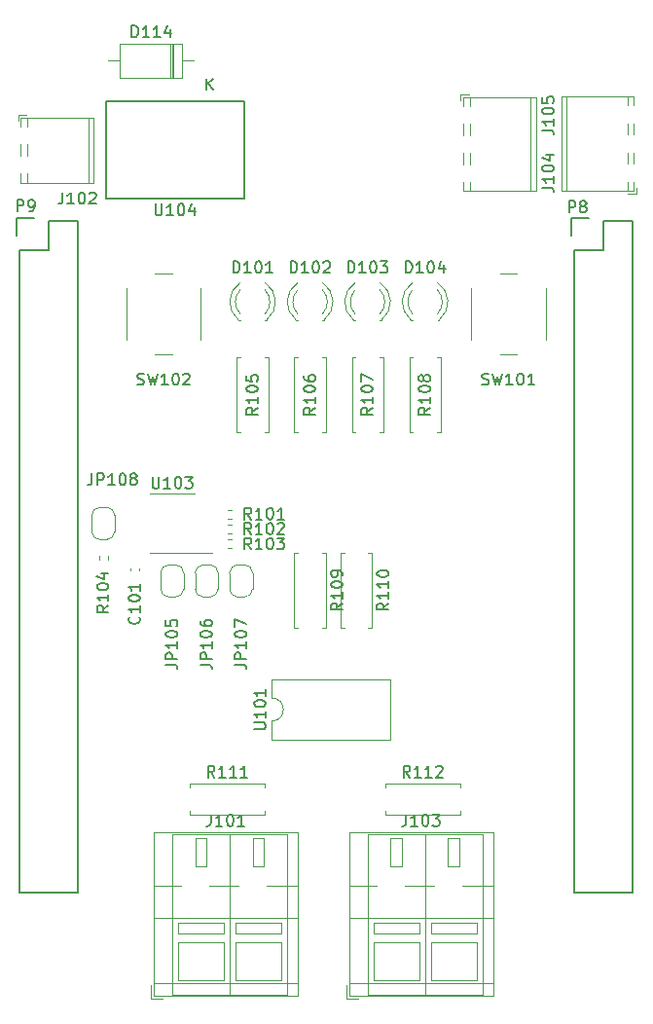
<source format=gbr>
G04 #@! TF.GenerationSoftware,KiCad,Pcbnew,5.1.9+dfsg1-1~bpo10+1*
G04 #@! TF.CreationDate,2021-07-04T13:04:25+00:00*
G04 #@! TF.ProjectId,bbbalarm,62626261-6c61-4726-9d2e-6b696361645f,rev?*
G04 #@! TF.SameCoordinates,Original*
G04 #@! TF.FileFunction,Legend,Top*
G04 #@! TF.FilePolarity,Positive*
%FSLAX46Y46*%
G04 Gerber Fmt 4.6, Leading zero omitted, Abs format (unit mm)*
G04 Created by KiCad (PCBNEW 5.1.9+dfsg1-1~bpo10+1) date 2021-07-04 13:04:25*
%MOMM*%
%LPD*%
G01*
G04 APERTURE LIST*
%ADD10C,0.150000*%
%ADD11C,0.120000*%
%ADD12R,1.727200X1.727200*%
%ADD13O,1.727200X1.727200*%
%ADD14C,0.100000*%
%ADD15C,2.000000*%
%ADD16R,2.200000X2.200000*%
%ADD17O,2.200000X2.200000*%
%ADD18C,1.100000*%
%ADD19C,2.200000*%
%ADD20C,1.800000*%
%ADD21R,1.800000X1.800000*%
%ADD22R,1.500000X3.000000*%
%ADD23O,1.500000X3.000000*%
%ADD24C,1.600000*%
%ADD25O,1.600000X1.600000*%
%ADD26R,1.600000X1.600000*%
G04 APERTURE END LIST*
D10*
X114820100Y-60832400D02*
X114820100Y-62382400D01*
X117640100Y-63652400D02*
X115100100Y-63652400D01*
X117640100Y-61112400D02*
X117640100Y-63652400D01*
X116370100Y-60832400D02*
X114820100Y-60832400D01*
X120180100Y-61112400D02*
X117640100Y-61112400D01*
X120180100Y-119532400D02*
X115100100Y-119532400D01*
X115100100Y-119532400D02*
X115100100Y-63652400D01*
X120180100Y-119532400D02*
X120180100Y-61112400D01*
X163080100Y-60832400D02*
X163080100Y-62382400D01*
X165900100Y-63652400D02*
X163360100Y-63652400D01*
X165900100Y-61112400D02*
X165900100Y-63652400D01*
X164630100Y-60832400D02*
X163080100Y-60832400D01*
X168440100Y-61112400D02*
X165900100Y-61112400D01*
X168440100Y-119532400D02*
X163360100Y-119532400D01*
X163360100Y-119532400D02*
X163360100Y-63652400D01*
X168440100Y-119532400D02*
X168440100Y-61112400D01*
D11*
X124760100Y-91274564D02*
X124760100Y-91490236D01*
X125480100Y-91274564D02*
X125480100Y-91490236D01*
X129370100Y-91682400D02*
X129370100Y-93082400D01*
X128670100Y-93782400D02*
X128070100Y-93782400D01*
X127370100Y-93082400D02*
X127370100Y-91682400D01*
X128070100Y-90982400D02*
X128670100Y-90982400D01*
X129370100Y-93082400D02*
G75*
G02*
X128670100Y-93782400I-700000J0D01*
G01*
X128070100Y-93782400D02*
G75*
G02*
X127370100Y-93082400I0J700000D01*
G01*
X127370100Y-91682400D02*
G75*
G02*
X128070100Y-90982400I700000J0D01*
G01*
X128670100Y-90982400D02*
G75*
G02*
X129370100Y-91682400I0J-700000D01*
G01*
X131070100Y-90982400D02*
X131670100Y-90982400D01*
X130370100Y-93082400D02*
X130370100Y-91682400D01*
X131670100Y-93782400D02*
X131070100Y-93782400D01*
X132370100Y-91682400D02*
X132370100Y-93082400D01*
X131670100Y-90982400D02*
G75*
G02*
X132370100Y-91682400I0J-700000D01*
G01*
X130370100Y-91682400D02*
G75*
G02*
X131070100Y-90982400I700000J0D01*
G01*
X131070100Y-93782400D02*
G75*
G02*
X130370100Y-93082400I0J700000D01*
G01*
X132370100Y-93082400D02*
G75*
G02*
X131670100Y-93782400I-700000J0D01*
G01*
X135370100Y-91682400D02*
X135370100Y-93082400D01*
X134670100Y-93782400D02*
X134070100Y-93782400D01*
X133370100Y-93082400D02*
X133370100Y-91682400D01*
X134070100Y-90982400D02*
X134670100Y-90982400D01*
X135370100Y-93082400D02*
G75*
G02*
X134670100Y-93782400I-700000J0D01*
G01*
X134070100Y-93782400D02*
G75*
G02*
X133370100Y-93082400I0J700000D01*
G01*
X133370100Y-91682400D02*
G75*
G02*
X134070100Y-90982400I700000J0D01*
G01*
X134670100Y-90982400D02*
G75*
G02*
X135370100Y-91682400I0J-700000D01*
G01*
X122670100Y-88782400D02*
X122070100Y-88782400D01*
X123370100Y-86682400D02*
X123370100Y-88082400D01*
X122070100Y-85982400D02*
X122670100Y-85982400D01*
X121370100Y-88082400D02*
X121370100Y-86682400D01*
X122070100Y-88782400D02*
G75*
G02*
X121370100Y-88082400I0J700000D01*
G01*
X123370100Y-88082400D02*
G75*
G02*
X122670100Y-88782400I-700000J0D01*
G01*
X122670100Y-85982400D02*
G75*
G02*
X123370100Y-86682400I0J-700000D01*
G01*
X121370100Y-86682400D02*
G75*
G02*
X122070100Y-85982400I700000J0D01*
G01*
X133523741Y-87012400D02*
X133216459Y-87012400D01*
X133523741Y-86252400D02*
X133216459Y-86252400D01*
X133523741Y-87502400D02*
X133216459Y-87502400D01*
X133523741Y-88262400D02*
X133216459Y-88262400D01*
X133523741Y-89512400D02*
X133216459Y-89512400D01*
X133523741Y-88752400D02*
X133216459Y-88752400D01*
X122750100Y-90536041D02*
X122750100Y-90228759D01*
X121990100Y-90536041D02*
X121990100Y-90228759D01*
X158370100Y-65632400D02*
X156870100Y-65632400D01*
X154370100Y-66882400D02*
X154370100Y-71382400D01*
X156870100Y-72632400D02*
X158370100Y-72632400D01*
X160870100Y-71382400D02*
X160870100Y-66882400D01*
X130870100Y-71382400D02*
X130870100Y-66882400D01*
X126870100Y-72632400D02*
X128370100Y-72632400D01*
X124370100Y-66882400D02*
X124370100Y-71382400D01*
X128370100Y-65632400D02*
X126870100Y-65632400D01*
X128370100Y-89942400D02*
X131820100Y-89942400D01*
X128370100Y-89942400D02*
X126420100Y-89942400D01*
X128370100Y-84822400D02*
X130320100Y-84822400D01*
X128370100Y-84822400D02*
X126420100Y-84822400D01*
X129260100Y-48602400D02*
X129260100Y-45662400D01*
X129260100Y-45662400D02*
X123820100Y-45662400D01*
X123820100Y-45662400D02*
X123820100Y-48602400D01*
X123820100Y-48602400D02*
X129260100Y-48602400D01*
X130280100Y-47132400D02*
X129260100Y-47132400D01*
X122800100Y-47132400D02*
X123820100Y-47132400D01*
X128360100Y-48602400D02*
X128360100Y-45662400D01*
X128240100Y-48602400D02*
X128240100Y-45662400D01*
X128480100Y-48602400D02*
X128480100Y-45662400D01*
X115770100Y-52072400D02*
X115770100Y-52842400D01*
X115770100Y-54422400D02*
X115770100Y-55382400D01*
X115770100Y-56962400D02*
X115770100Y-57732400D01*
X121070100Y-52072400D02*
X121070100Y-57732400D01*
X121530100Y-52072400D02*
X121530100Y-57732400D01*
X115210100Y-52072400D02*
X115210100Y-52842400D01*
X115210100Y-54422400D02*
X115210100Y-55382400D01*
X115210100Y-56962400D02*
X115210100Y-57732400D01*
X121530100Y-52072400D02*
X115210100Y-52072400D01*
X121530100Y-57732400D02*
X115210100Y-57732400D01*
X115710100Y-51832400D02*
X114970100Y-51832400D01*
X114970100Y-51832400D02*
X114970100Y-52332400D01*
D10*
X122620100Y-59132400D02*
X134620100Y-59132400D01*
X134620100Y-59132400D02*
X134620100Y-50632400D01*
X134620100Y-50632400D02*
X122620100Y-50632400D01*
X122620100Y-50632400D02*
X122620100Y-59132400D01*
D11*
X136450100Y-69672400D02*
X136606100Y-69672400D01*
X134134100Y-69672400D02*
X134290100Y-69672400D01*
X136449937Y-67071270D02*
G75*
G02*
X136450100Y-69153361I-1079837J-1041130D01*
G01*
X134290263Y-67071270D02*
G75*
G03*
X134290100Y-69153361I1079837J-1041130D01*
G01*
X136448708Y-66440065D02*
G75*
G02*
X136605616Y-69672400I-1078608J-1672335D01*
G01*
X134291492Y-66440065D02*
G75*
G03*
X134134584Y-69672400I1078608J-1672335D01*
G01*
X139134100Y-69672400D02*
X139290100Y-69672400D01*
X141450100Y-69672400D02*
X141606100Y-69672400D01*
X139291492Y-66440065D02*
G75*
G03*
X139134584Y-69672400I1078608J-1672335D01*
G01*
X141448708Y-66440065D02*
G75*
G02*
X141605616Y-69672400I-1078608J-1672335D01*
G01*
X139290263Y-67071270D02*
G75*
G03*
X139290100Y-69153361I1079837J-1041130D01*
G01*
X141449937Y-67071270D02*
G75*
G02*
X141450100Y-69153361I-1079837J-1041130D01*
G01*
X146450100Y-69672400D02*
X146606100Y-69672400D01*
X144134100Y-69672400D02*
X144290100Y-69672400D01*
X146449937Y-67071270D02*
G75*
G02*
X146450100Y-69153361I-1079837J-1041130D01*
G01*
X144290263Y-67071270D02*
G75*
G03*
X144290100Y-69153361I1079837J-1041130D01*
G01*
X146448708Y-66440065D02*
G75*
G02*
X146605616Y-69672400I-1078608J-1672335D01*
G01*
X144291492Y-66440065D02*
G75*
G03*
X144134584Y-69672400I1078608J-1672335D01*
G01*
X149134100Y-69672400D02*
X149290100Y-69672400D01*
X151450100Y-69672400D02*
X151606100Y-69672400D01*
X149291492Y-66440065D02*
G75*
G03*
X149134584Y-69672400I1078608J-1672335D01*
G01*
X151448708Y-66440065D02*
G75*
G02*
X151605616Y-69672400I-1078608J-1672335D01*
G01*
X149290263Y-67071270D02*
G75*
G03*
X149290100Y-69153361I1079837J-1041130D01*
G01*
X151449937Y-67071270D02*
G75*
G02*
X151450100Y-69153361I-1079837J-1041130D01*
G01*
X126750100Y-127382400D02*
X139291100Y-127382400D01*
X126750100Y-121682400D02*
X139291100Y-121682400D01*
X126750100Y-118882400D02*
X129140100Y-118882400D01*
X131600100Y-118882400D02*
X134140100Y-118882400D01*
X136600100Y-118882400D02*
X139291100Y-118882400D01*
X126750100Y-114262400D02*
X139291100Y-114262400D01*
X126750100Y-128502400D02*
X139291100Y-128502400D01*
X126750100Y-114262400D02*
X126750100Y-128502400D01*
X139291100Y-114262400D02*
X139291100Y-128502400D01*
X128870100Y-123782400D02*
X132870100Y-123782400D01*
X128870100Y-127082400D02*
X132870100Y-127082400D01*
X128870100Y-123782400D02*
X128870100Y-127082400D01*
X132870100Y-123782400D02*
X132870100Y-127082400D01*
X128370100Y-114382400D02*
X133370100Y-114382400D01*
X128370100Y-128382400D02*
X133370100Y-128382400D01*
X128370100Y-114382400D02*
X128370100Y-128382400D01*
X133370100Y-114382400D02*
X133370100Y-128382400D01*
X128870100Y-122082400D02*
X132870100Y-122082400D01*
X128870100Y-123082400D02*
X132870100Y-123082400D01*
X128870100Y-122082400D02*
X128870100Y-123082400D01*
X132870100Y-122082400D02*
X132870100Y-123082400D01*
X130370100Y-114732400D02*
X131370100Y-114732400D01*
X130370100Y-117231400D02*
X131370100Y-117231400D01*
X130370100Y-114732400D02*
X130370100Y-117231400D01*
X131370100Y-114732400D02*
X131370100Y-117231400D01*
X133870100Y-123782400D02*
X137870100Y-123782400D01*
X133870100Y-127082400D02*
X137870100Y-127082400D01*
X133870100Y-123782400D02*
X133870100Y-127082400D01*
X137870100Y-123782400D02*
X137870100Y-127082400D01*
X133370100Y-114382400D02*
X138370100Y-114382400D01*
X133370100Y-128382400D02*
X138370100Y-128382400D01*
X133370100Y-114382400D02*
X133370100Y-128382400D01*
X138370100Y-114382400D02*
X138370100Y-128382400D01*
X133870100Y-122082400D02*
X137870100Y-122082400D01*
X133870100Y-123082400D02*
X137870100Y-123082400D01*
X133870100Y-122082400D02*
X133870100Y-123082400D01*
X137870100Y-122082400D02*
X137870100Y-123082400D01*
X135370100Y-114732400D02*
X136370100Y-114732400D01*
X135370100Y-117231400D02*
X136370100Y-117231400D01*
X135370100Y-114732400D02*
X135370100Y-117231400D01*
X136370100Y-114732400D02*
X136370100Y-117231400D01*
X126510100Y-127502400D02*
X126510100Y-128742400D01*
X126510100Y-128742400D02*
X127510100Y-128742400D01*
X143510100Y-128742400D02*
X144510100Y-128742400D01*
X143510100Y-127502400D02*
X143510100Y-128742400D01*
X153370100Y-114732400D02*
X153370100Y-117231400D01*
X152370100Y-114732400D02*
X152370100Y-117231400D01*
X152370100Y-117231400D02*
X153370100Y-117231400D01*
X152370100Y-114732400D02*
X153370100Y-114732400D01*
X154870100Y-122082400D02*
X154870100Y-123082400D01*
X150870100Y-122082400D02*
X150870100Y-123082400D01*
X150870100Y-123082400D02*
X154870100Y-123082400D01*
X150870100Y-122082400D02*
X154870100Y-122082400D01*
X155370100Y-114382400D02*
X155370100Y-128382400D01*
X150370100Y-114382400D02*
X150370100Y-128382400D01*
X150370100Y-128382400D02*
X155370100Y-128382400D01*
X150370100Y-114382400D02*
X155370100Y-114382400D01*
X154870100Y-123782400D02*
X154870100Y-127082400D01*
X150870100Y-123782400D02*
X150870100Y-127082400D01*
X150870100Y-127082400D02*
X154870100Y-127082400D01*
X150870100Y-123782400D02*
X154870100Y-123782400D01*
X148370100Y-114732400D02*
X148370100Y-117231400D01*
X147370100Y-114732400D02*
X147370100Y-117231400D01*
X147370100Y-117231400D02*
X148370100Y-117231400D01*
X147370100Y-114732400D02*
X148370100Y-114732400D01*
X149870100Y-122082400D02*
X149870100Y-123082400D01*
X145870100Y-122082400D02*
X145870100Y-123082400D01*
X145870100Y-123082400D02*
X149870100Y-123082400D01*
X145870100Y-122082400D02*
X149870100Y-122082400D01*
X150370100Y-114382400D02*
X150370100Y-128382400D01*
X145370100Y-114382400D02*
X145370100Y-128382400D01*
X145370100Y-128382400D02*
X150370100Y-128382400D01*
X145370100Y-114382400D02*
X150370100Y-114382400D01*
X149870100Y-123782400D02*
X149870100Y-127082400D01*
X145870100Y-123782400D02*
X145870100Y-127082400D01*
X145870100Y-127082400D02*
X149870100Y-127082400D01*
X145870100Y-123782400D02*
X149870100Y-123782400D01*
X156291100Y-114262400D02*
X156291100Y-128502400D01*
X143750100Y-114262400D02*
X143750100Y-128502400D01*
X143750100Y-128502400D02*
X156291100Y-128502400D01*
X143750100Y-114262400D02*
X156291100Y-114262400D01*
X153600100Y-118882400D02*
X156291100Y-118882400D01*
X148600100Y-118882400D02*
X151140100Y-118882400D01*
X143750100Y-118882400D02*
X146140100Y-118882400D01*
X143750100Y-121682400D02*
X156291100Y-121682400D01*
X143750100Y-127382400D02*
X156291100Y-127382400D01*
X136410100Y-72922400D02*
X136740100Y-72922400D01*
X136740100Y-72922400D02*
X136740100Y-79462400D01*
X136740100Y-79462400D02*
X136410100Y-79462400D01*
X134330100Y-72922400D02*
X134000100Y-72922400D01*
X134000100Y-72922400D02*
X134000100Y-79462400D01*
X134000100Y-79462400D02*
X134330100Y-79462400D01*
X139000100Y-79462400D02*
X139330100Y-79462400D01*
X139000100Y-72922400D02*
X139000100Y-79462400D01*
X139330100Y-72922400D02*
X139000100Y-72922400D01*
X141740100Y-79462400D02*
X141410100Y-79462400D01*
X141740100Y-72922400D02*
X141740100Y-79462400D01*
X141410100Y-72922400D02*
X141740100Y-72922400D01*
X146410100Y-72922400D02*
X146740100Y-72922400D01*
X146740100Y-72922400D02*
X146740100Y-79462400D01*
X146740100Y-79462400D02*
X146410100Y-79462400D01*
X144330100Y-72922400D02*
X144000100Y-72922400D01*
X144000100Y-72922400D02*
X144000100Y-79462400D01*
X144000100Y-79462400D02*
X144330100Y-79462400D01*
X149000100Y-79462400D02*
X149330100Y-79462400D01*
X149000100Y-72922400D02*
X149000100Y-79462400D01*
X149330100Y-72922400D02*
X149000100Y-72922400D01*
X151740100Y-79462400D02*
X151410100Y-79462400D01*
X151740100Y-72922400D02*
X151740100Y-79462400D01*
X151410100Y-72922400D02*
X151740100Y-72922400D01*
X141410100Y-89922400D02*
X141740100Y-89922400D01*
X141740100Y-89922400D02*
X141740100Y-96462400D01*
X141740100Y-96462400D02*
X141410100Y-96462400D01*
X139330100Y-89922400D02*
X139000100Y-89922400D01*
X139000100Y-89922400D02*
X139000100Y-96462400D01*
X139000100Y-96462400D02*
X139330100Y-96462400D01*
X143000100Y-96462400D02*
X143330100Y-96462400D01*
X143000100Y-89922400D02*
X143000100Y-96462400D01*
X143330100Y-89922400D02*
X143000100Y-89922400D01*
X145740100Y-96462400D02*
X145410100Y-96462400D01*
X145740100Y-89922400D02*
X145740100Y-96462400D01*
X145410100Y-89922400D02*
X145740100Y-89922400D01*
X129910100Y-110342400D02*
X129910100Y-110012400D01*
X129910100Y-110012400D02*
X136450100Y-110012400D01*
X136450100Y-110012400D02*
X136450100Y-110342400D01*
X129910100Y-112422400D02*
X129910100Y-112752400D01*
X129910100Y-112752400D02*
X136450100Y-112752400D01*
X136450100Y-112752400D02*
X136450100Y-112422400D01*
X153450100Y-112752400D02*
X153450100Y-112422400D01*
X146910100Y-112752400D02*
X153450100Y-112752400D01*
X146910100Y-112422400D02*
X146910100Y-112752400D01*
X153450100Y-110012400D02*
X153450100Y-110342400D01*
X146910100Y-110012400D02*
X153450100Y-110012400D01*
X146910100Y-110342400D02*
X146910100Y-110012400D01*
X154270100Y-50282400D02*
X154270100Y-51052400D01*
X154270100Y-52632400D02*
X154270100Y-53592400D01*
X154270100Y-55172400D02*
X154270100Y-56132400D01*
X154270100Y-57712400D02*
X154270100Y-58482400D01*
X159570100Y-50282400D02*
X159570100Y-58482400D01*
X160030100Y-50282400D02*
X160030100Y-58482400D01*
X153710100Y-50282400D02*
X153710100Y-51052400D01*
X153710100Y-52632400D02*
X153710100Y-53592400D01*
X153710100Y-55172400D02*
X153710100Y-56132400D01*
X153710100Y-57712400D02*
X153710100Y-58482400D01*
X160030100Y-50282400D02*
X153710100Y-50282400D01*
X160030100Y-58482400D02*
X153710100Y-58482400D01*
X154210100Y-50042400D02*
X153470100Y-50042400D01*
X153470100Y-50042400D02*
X153470100Y-50542400D01*
X168770100Y-58682400D02*
X168770100Y-58182400D01*
X168030100Y-58682400D02*
X168770100Y-58682400D01*
X162210100Y-50242400D02*
X168530100Y-50242400D01*
X162210100Y-58442400D02*
X168530100Y-58442400D01*
X168530100Y-51012400D02*
X168530100Y-50242400D01*
X168530100Y-53552400D02*
X168530100Y-52592400D01*
X168530100Y-56092400D02*
X168530100Y-55132400D01*
X168530100Y-58442400D02*
X168530100Y-57672400D01*
X162210100Y-58442400D02*
X162210100Y-50242400D01*
X162670100Y-58442400D02*
X162670100Y-50242400D01*
X167970100Y-51012400D02*
X167970100Y-50242400D01*
X167970100Y-53552400D02*
X167970100Y-52592400D01*
X167970100Y-56092400D02*
X167970100Y-55132400D01*
X167970100Y-58442400D02*
X167970100Y-57672400D01*
X137040100Y-104572400D02*
X137040100Y-106222400D01*
X137040100Y-106222400D02*
X147320100Y-106222400D01*
X147320100Y-106222400D02*
X147320100Y-100922400D01*
X147320100Y-100922400D02*
X137040100Y-100922400D01*
X137040100Y-100922400D02*
X137040100Y-102572400D01*
X137040100Y-102572400D02*
G75*
G02*
X137040100Y-104572400I0J-1000000D01*
G01*
D10*
X114882004Y-60234780D02*
X114882004Y-59234780D01*
X115262957Y-59234780D01*
X115358195Y-59282400D01*
X115405814Y-59330019D01*
X115453433Y-59425257D01*
X115453433Y-59568114D01*
X115405814Y-59663352D01*
X115358195Y-59710971D01*
X115262957Y-59758590D01*
X114882004Y-59758590D01*
X115929623Y-60234780D02*
X116120100Y-60234780D01*
X116215338Y-60187161D01*
X116262957Y-60139542D01*
X116358195Y-59996685D01*
X116405814Y-59806209D01*
X116405814Y-59425257D01*
X116358195Y-59330019D01*
X116310576Y-59282400D01*
X116215338Y-59234780D01*
X116024861Y-59234780D01*
X115929623Y-59282400D01*
X115882004Y-59330019D01*
X115834385Y-59425257D01*
X115834385Y-59663352D01*
X115882004Y-59758590D01*
X115929623Y-59806209D01*
X116024861Y-59853828D01*
X116215338Y-59853828D01*
X116310576Y-59806209D01*
X116358195Y-59758590D01*
X116405814Y-59663352D01*
X162882004Y-60334780D02*
X162882004Y-59334780D01*
X163262957Y-59334780D01*
X163358195Y-59382400D01*
X163405814Y-59430019D01*
X163453433Y-59525257D01*
X163453433Y-59668114D01*
X163405814Y-59763352D01*
X163358195Y-59810971D01*
X163262957Y-59858590D01*
X162882004Y-59858590D01*
X164024861Y-59763352D02*
X163929623Y-59715733D01*
X163882004Y-59668114D01*
X163834385Y-59572876D01*
X163834385Y-59525257D01*
X163882004Y-59430019D01*
X163929623Y-59382400D01*
X164024861Y-59334780D01*
X164215338Y-59334780D01*
X164310576Y-59382400D01*
X164358195Y-59430019D01*
X164405814Y-59525257D01*
X164405814Y-59572876D01*
X164358195Y-59668114D01*
X164310576Y-59715733D01*
X164215338Y-59763352D01*
X164024861Y-59763352D01*
X163929623Y-59810971D01*
X163882004Y-59858590D01*
X163834385Y-59953828D01*
X163834385Y-60144304D01*
X163882004Y-60239542D01*
X163929623Y-60287161D01*
X164024861Y-60334780D01*
X164215338Y-60334780D01*
X164310576Y-60287161D01*
X164358195Y-60239542D01*
X164405814Y-60144304D01*
X164405814Y-59953828D01*
X164358195Y-59858590D01*
X164310576Y-59810971D01*
X164215338Y-59763352D01*
X125477242Y-95501447D02*
X125524861Y-95549066D01*
X125572480Y-95691923D01*
X125572480Y-95787161D01*
X125524861Y-95930019D01*
X125429623Y-96025257D01*
X125334385Y-96072876D01*
X125143909Y-96120495D01*
X125001052Y-96120495D01*
X124810576Y-96072876D01*
X124715338Y-96025257D01*
X124620100Y-95930019D01*
X124572480Y-95787161D01*
X124572480Y-95691923D01*
X124620100Y-95549066D01*
X124667719Y-95501447D01*
X125572480Y-94549066D02*
X125572480Y-95120495D01*
X125572480Y-94834780D02*
X124572480Y-94834780D01*
X124715338Y-94930019D01*
X124810576Y-95025257D01*
X124858195Y-95120495D01*
X124572480Y-93930019D02*
X124572480Y-93834780D01*
X124620100Y-93739542D01*
X124667719Y-93691923D01*
X124762957Y-93644304D01*
X124953433Y-93596685D01*
X125191528Y-93596685D01*
X125382004Y-93644304D01*
X125477242Y-93691923D01*
X125524861Y-93739542D01*
X125572480Y-93834780D01*
X125572480Y-93930019D01*
X125524861Y-94025257D01*
X125477242Y-94072876D01*
X125382004Y-94120495D01*
X125191528Y-94168114D01*
X124953433Y-94168114D01*
X124762957Y-94120495D01*
X124667719Y-94072876D01*
X124620100Y-94025257D01*
X124572480Y-93930019D01*
X125572480Y-92644304D02*
X125572480Y-93215733D01*
X125572480Y-92930019D02*
X124572480Y-92930019D01*
X124715338Y-93025257D01*
X124810576Y-93120495D01*
X124858195Y-93215733D01*
X127822480Y-99668114D02*
X128536766Y-99668114D01*
X128679623Y-99715733D01*
X128774861Y-99810971D01*
X128822480Y-99953828D01*
X128822480Y-100049066D01*
X128822480Y-99191923D02*
X127822480Y-99191923D01*
X127822480Y-98810971D01*
X127870100Y-98715733D01*
X127917719Y-98668114D01*
X128012957Y-98620495D01*
X128155814Y-98620495D01*
X128251052Y-98668114D01*
X128298671Y-98715733D01*
X128346290Y-98810971D01*
X128346290Y-99191923D01*
X128822480Y-97668114D02*
X128822480Y-98239542D01*
X128822480Y-97953828D02*
X127822480Y-97953828D01*
X127965338Y-98049066D01*
X128060576Y-98144304D01*
X128108195Y-98239542D01*
X127822480Y-97049066D02*
X127822480Y-96953828D01*
X127870100Y-96858590D01*
X127917719Y-96810971D01*
X128012957Y-96763352D01*
X128203433Y-96715733D01*
X128441528Y-96715733D01*
X128632004Y-96763352D01*
X128727242Y-96810971D01*
X128774861Y-96858590D01*
X128822480Y-96953828D01*
X128822480Y-97049066D01*
X128774861Y-97144304D01*
X128727242Y-97191923D01*
X128632004Y-97239542D01*
X128441528Y-97287161D01*
X128203433Y-97287161D01*
X128012957Y-97239542D01*
X127917719Y-97191923D01*
X127870100Y-97144304D01*
X127822480Y-97049066D01*
X127822480Y-95810971D02*
X127822480Y-96287161D01*
X128298671Y-96334780D01*
X128251052Y-96287161D01*
X128203433Y-96191923D01*
X128203433Y-95953828D01*
X128251052Y-95858590D01*
X128298671Y-95810971D01*
X128393909Y-95763352D01*
X128632004Y-95763352D01*
X128727242Y-95810971D01*
X128774861Y-95858590D01*
X128822480Y-95953828D01*
X128822480Y-96191923D01*
X128774861Y-96287161D01*
X128727242Y-96334780D01*
X130822480Y-99668114D02*
X131536766Y-99668114D01*
X131679623Y-99715733D01*
X131774861Y-99810971D01*
X131822480Y-99953828D01*
X131822480Y-100049066D01*
X131822480Y-99191923D02*
X130822480Y-99191923D01*
X130822480Y-98810971D01*
X130870100Y-98715733D01*
X130917719Y-98668114D01*
X131012957Y-98620495D01*
X131155814Y-98620495D01*
X131251052Y-98668114D01*
X131298671Y-98715733D01*
X131346290Y-98810971D01*
X131346290Y-99191923D01*
X131822480Y-97668114D02*
X131822480Y-98239542D01*
X131822480Y-97953828D02*
X130822480Y-97953828D01*
X130965338Y-98049066D01*
X131060576Y-98144304D01*
X131108195Y-98239542D01*
X130822480Y-97049066D02*
X130822480Y-96953828D01*
X130870100Y-96858590D01*
X130917719Y-96810971D01*
X131012957Y-96763352D01*
X131203433Y-96715733D01*
X131441528Y-96715733D01*
X131632004Y-96763352D01*
X131727242Y-96810971D01*
X131774861Y-96858590D01*
X131822480Y-96953828D01*
X131822480Y-97049066D01*
X131774861Y-97144304D01*
X131727242Y-97191923D01*
X131632004Y-97239542D01*
X131441528Y-97287161D01*
X131203433Y-97287161D01*
X131012957Y-97239542D01*
X130917719Y-97191923D01*
X130870100Y-97144304D01*
X130822480Y-97049066D01*
X130822480Y-95858590D02*
X130822480Y-96049066D01*
X130870100Y-96144304D01*
X130917719Y-96191923D01*
X131060576Y-96287161D01*
X131251052Y-96334780D01*
X131632004Y-96334780D01*
X131727242Y-96287161D01*
X131774861Y-96239542D01*
X131822480Y-96144304D01*
X131822480Y-95953828D01*
X131774861Y-95858590D01*
X131727242Y-95810971D01*
X131632004Y-95763352D01*
X131393909Y-95763352D01*
X131298671Y-95810971D01*
X131251052Y-95858590D01*
X131203433Y-95953828D01*
X131203433Y-96144304D01*
X131251052Y-96239542D01*
X131298671Y-96287161D01*
X131393909Y-96334780D01*
X133822480Y-99668114D02*
X134536766Y-99668114D01*
X134679623Y-99715733D01*
X134774861Y-99810971D01*
X134822480Y-99953828D01*
X134822480Y-100049066D01*
X134822480Y-99191923D02*
X133822480Y-99191923D01*
X133822480Y-98810971D01*
X133870100Y-98715733D01*
X133917719Y-98668114D01*
X134012957Y-98620495D01*
X134155814Y-98620495D01*
X134251052Y-98668114D01*
X134298671Y-98715733D01*
X134346290Y-98810971D01*
X134346290Y-99191923D01*
X134822480Y-97668114D02*
X134822480Y-98239542D01*
X134822480Y-97953828D02*
X133822480Y-97953828D01*
X133965338Y-98049066D01*
X134060576Y-98144304D01*
X134108195Y-98239542D01*
X133822480Y-97049066D02*
X133822480Y-96953828D01*
X133870100Y-96858590D01*
X133917719Y-96810971D01*
X134012957Y-96763352D01*
X134203433Y-96715733D01*
X134441528Y-96715733D01*
X134632004Y-96763352D01*
X134727242Y-96810971D01*
X134774861Y-96858590D01*
X134822480Y-96953828D01*
X134822480Y-97049066D01*
X134774861Y-97144304D01*
X134727242Y-97191923D01*
X134632004Y-97239542D01*
X134441528Y-97287161D01*
X134203433Y-97287161D01*
X134012957Y-97239542D01*
X133917719Y-97191923D01*
X133870100Y-97144304D01*
X133822480Y-97049066D01*
X133822480Y-96382400D02*
X133822480Y-95715733D01*
X134822480Y-96144304D01*
X121384385Y-83034780D02*
X121384385Y-83749066D01*
X121336766Y-83891923D01*
X121241528Y-83987161D01*
X121098671Y-84034780D01*
X121003433Y-84034780D01*
X121860576Y-84034780D02*
X121860576Y-83034780D01*
X122241528Y-83034780D01*
X122336766Y-83082400D01*
X122384385Y-83130019D01*
X122432004Y-83225257D01*
X122432004Y-83368114D01*
X122384385Y-83463352D01*
X122336766Y-83510971D01*
X122241528Y-83558590D01*
X121860576Y-83558590D01*
X123384385Y-84034780D02*
X122812957Y-84034780D01*
X123098671Y-84034780D02*
X123098671Y-83034780D01*
X123003433Y-83177638D01*
X122908195Y-83272876D01*
X122812957Y-83320495D01*
X124003433Y-83034780D02*
X124098671Y-83034780D01*
X124193909Y-83082400D01*
X124241528Y-83130019D01*
X124289147Y-83225257D01*
X124336766Y-83415733D01*
X124336766Y-83653828D01*
X124289147Y-83844304D01*
X124241528Y-83939542D01*
X124193909Y-83987161D01*
X124098671Y-84034780D01*
X124003433Y-84034780D01*
X123908195Y-83987161D01*
X123860576Y-83939542D01*
X123812957Y-83844304D01*
X123765338Y-83653828D01*
X123765338Y-83415733D01*
X123812957Y-83225257D01*
X123860576Y-83130019D01*
X123908195Y-83082400D01*
X124003433Y-83034780D01*
X124908195Y-83463352D02*
X124812957Y-83415733D01*
X124765338Y-83368114D01*
X124717719Y-83272876D01*
X124717719Y-83225257D01*
X124765338Y-83130019D01*
X124812957Y-83082400D01*
X124908195Y-83034780D01*
X125098671Y-83034780D01*
X125193909Y-83082400D01*
X125241528Y-83130019D01*
X125289147Y-83225257D01*
X125289147Y-83272876D01*
X125241528Y-83368114D01*
X125193909Y-83415733D01*
X125098671Y-83463352D01*
X124908195Y-83463352D01*
X124812957Y-83510971D01*
X124765338Y-83558590D01*
X124717719Y-83653828D01*
X124717719Y-83844304D01*
X124765338Y-83939542D01*
X124812957Y-83987161D01*
X124908195Y-84034780D01*
X125098671Y-84034780D01*
X125193909Y-83987161D01*
X125241528Y-83939542D01*
X125289147Y-83844304D01*
X125289147Y-83653828D01*
X125241528Y-83558590D01*
X125193909Y-83510971D01*
X125098671Y-83463352D01*
X135251052Y-87034780D02*
X134917719Y-86558590D01*
X134679623Y-87034780D02*
X134679623Y-86034780D01*
X135060576Y-86034780D01*
X135155814Y-86082400D01*
X135203433Y-86130019D01*
X135251052Y-86225257D01*
X135251052Y-86368114D01*
X135203433Y-86463352D01*
X135155814Y-86510971D01*
X135060576Y-86558590D01*
X134679623Y-86558590D01*
X136203433Y-87034780D02*
X135632004Y-87034780D01*
X135917719Y-87034780D02*
X135917719Y-86034780D01*
X135822480Y-86177638D01*
X135727242Y-86272876D01*
X135632004Y-86320495D01*
X136822480Y-86034780D02*
X136917719Y-86034780D01*
X137012957Y-86082400D01*
X137060576Y-86130019D01*
X137108195Y-86225257D01*
X137155814Y-86415733D01*
X137155814Y-86653828D01*
X137108195Y-86844304D01*
X137060576Y-86939542D01*
X137012957Y-86987161D01*
X136917719Y-87034780D01*
X136822480Y-87034780D01*
X136727242Y-86987161D01*
X136679623Y-86939542D01*
X136632004Y-86844304D01*
X136584385Y-86653828D01*
X136584385Y-86415733D01*
X136632004Y-86225257D01*
X136679623Y-86130019D01*
X136727242Y-86082400D01*
X136822480Y-86034780D01*
X138108195Y-87034780D02*
X137536766Y-87034780D01*
X137822480Y-87034780D02*
X137822480Y-86034780D01*
X137727242Y-86177638D01*
X137632004Y-86272876D01*
X137536766Y-86320495D01*
X135251052Y-88334780D02*
X134917719Y-87858590D01*
X134679623Y-88334780D02*
X134679623Y-87334780D01*
X135060576Y-87334780D01*
X135155814Y-87382400D01*
X135203433Y-87430019D01*
X135251052Y-87525257D01*
X135251052Y-87668114D01*
X135203433Y-87763352D01*
X135155814Y-87810971D01*
X135060576Y-87858590D01*
X134679623Y-87858590D01*
X136203433Y-88334780D02*
X135632004Y-88334780D01*
X135917719Y-88334780D02*
X135917719Y-87334780D01*
X135822480Y-87477638D01*
X135727242Y-87572876D01*
X135632004Y-87620495D01*
X136822480Y-87334780D02*
X136917719Y-87334780D01*
X137012957Y-87382400D01*
X137060576Y-87430019D01*
X137108195Y-87525257D01*
X137155814Y-87715733D01*
X137155814Y-87953828D01*
X137108195Y-88144304D01*
X137060576Y-88239542D01*
X137012957Y-88287161D01*
X136917719Y-88334780D01*
X136822480Y-88334780D01*
X136727242Y-88287161D01*
X136679623Y-88239542D01*
X136632004Y-88144304D01*
X136584385Y-87953828D01*
X136584385Y-87715733D01*
X136632004Y-87525257D01*
X136679623Y-87430019D01*
X136727242Y-87382400D01*
X136822480Y-87334780D01*
X137536766Y-87430019D02*
X137584385Y-87382400D01*
X137679623Y-87334780D01*
X137917719Y-87334780D01*
X138012957Y-87382400D01*
X138060576Y-87430019D01*
X138108195Y-87525257D01*
X138108195Y-87620495D01*
X138060576Y-87763352D01*
X137489147Y-88334780D01*
X138108195Y-88334780D01*
X135251052Y-89634780D02*
X134917719Y-89158590D01*
X134679623Y-89634780D02*
X134679623Y-88634780D01*
X135060576Y-88634780D01*
X135155814Y-88682400D01*
X135203433Y-88730019D01*
X135251052Y-88825257D01*
X135251052Y-88968114D01*
X135203433Y-89063352D01*
X135155814Y-89110971D01*
X135060576Y-89158590D01*
X134679623Y-89158590D01*
X136203433Y-89634780D02*
X135632004Y-89634780D01*
X135917719Y-89634780D02*
X135917719Y-88634780D01*
X135822480Y-88777638D01*
X135727242Y-88872876D01*
X135632004Y-88920495D01*
X136822480Y-88634780D02*
X136917719Y-88634780D01*
X137012957Y-88682400D01*
X137060576Y-88730019D01*
X137108195Y-88825257D01*
X137155814Y-89015733D01*
X137155814Y-89253828D01*
X137108195Y-89444304D01*
X137060576Y-89539542D01*
X137012957Y-89587161D01*
X136917719Y-89634780D01*
X136822480Y-89634780D01*
X136727242Y-89587161D01*
X136679623Y-89539542D01*
X136632004Y-89444304D01*
X136584385Y-89253828D01*
X136584385Y-89015733D01*
X136632004Y-88825257D01*
X136679623Y-88730019D01*
X136727242Y-88682400D01*
X136822480Y-88634780D01*
X137489147Y-88634780D02*
X138108195Y-88634780D01*
X137774861Y-89015733D01*
X137917719Y-89015733D01*
X138012957Y-89063352D01*
X138060576Y-89110971D01*
X138108195Y-89206209D01*
X138108195Y-89444304D01*
X138060576Y-89539542D01*
X138012957Y-89587161D01*
X137917719Y-89634780D01*
X137632004Y-89634780D01*
X137536766Y-89587161D01*
X137489147Y-89539542D01*
X122822480Y-94501447D02*
X122346290Y-94834780D01*
X122822480Y-95072876D02*
X121822480Y-95072876D01*
X121822480Y-94691923D01*
X121870100Y-94596685D01*
X121917719Y-94549066D01*
X122012957Y-94501447D01*
X122155814Y-94501447D01*
X122251052Y-94549066D01*
X122298671Y-94596685D01*
X122346290Y-94691923D01*
X122346290Y-95072876D01*
X122822480Y-93549066D02*
X122822480Y-94120495D01*
X122822480Y-93834780D02*
X121822480Y-93834780D01*
X121965338Y-93930019D01*
X122060576Y-94025257D01*
X122108195Y-94120495D01*
X121822480Y-92930019D02*
X121822480Y-92834780D01*
X121870100Y-92739542D01*
X121917719Y-92691923D01*
X122012957Y-92644304D01*
X122203433Y-92596685D01*
X122441528Y-92596685D01*
X122632004Y-92644304D01*
X122727242Y-92691923D01*
X122774861Y-92739542D01*
X122822480Y-92834780D01*
X122822480Y-92930019D01*
X122774861Y-93025257D01*
X122727242Y-93072876D01*
X122632004Y-93120495D01*
X122441528Y-93168114D01*
X122203433Y-93168114D01*
X122012957Y-93120495D01*
X121917719Y-93072876D01*
X121870100Y-93025257D01*
X121822480Y-92930019D01*
X122155814Y-91739542D02*
X122822480Y-91739542D01*
X121774861Y-91977638D02*
X122489147Y-92215733D01*
X122489147Y-91596685D01*
X155334385Y-75287161D02*
X155477242Y-75334780D01*
X155715338Y-75334780D01*
X155810576Y-75287161D01*
X155858195Y-75239542D01*
X155905814Y-75144304D01*
X155905814Y-75049066D01*
X155858195Y-74953828D01*
X155810576Y-74906209D01*
X155715338Y-74858590D01*
X155524861Y-74810971D01*
X155429623Y-74763352D01*
X155382004Y-74715733D01*
X155334385Y-74620495D01*
X155334385Y-74525257D01*
X155382004Y-74430019D01*
X155429623Y-74382400D01*
X155524861Y-74334780D01*
X155762957Y-74334780D01*
X155905814Y-74382400D01*
X156239147Y-74334780D02*
X156477242Y-75334780D01*
X156667719Y-74620495D01*
X156858195Y-75334780D01*
X157096290Y-74334780D01*
X158001052Y-75334780D02*
X157429623Y-75334780D01*
X157715338Y-75334780D02*
X157715338Y-74334780D01*
X157620100Y-74477638D01*
X157524861Y-74572876D01*
X157429623Y-74620495D01*
X158620100Y-74334780D02*
X158715338Y-74334780D01*
X158810576Y-74382400D01*
X158858195Y-74430019D01*
X158905814Y-74525257D01*
X158953433Y-74715733D01*
X158953433Y-74953828D01*
X158905814Y-75144304D01*
X158858195Y-75239542D01*
X158810576Y-75287161D01*
X158715338Y-75334780D01*
X158620100Y-75334780D01*
X158524861Y-75287161D01*
X158477242Y-75239542D01*
X158429623Y-75144304D01*
X158382004Y-74953828D01*
X158382004Y-74715733D01*
X158429623Y-74525257D01*
X158477242Y-74430019D01*
X158524861Y-74382400D01*
X158620100Y-74334780D01*
X159905814Y-75334780D02*
X159334385Y-75334780D01*
X159620100Y-75334780D02*
X159620100Y-74334780D01*
X159524861Y-74477638D01*
X159429623Y-74572876D01*
X159334385Y-74620495D01*
X125334385Y-75287161D02*
X125477242Y-75334780D01*
X125715338Y-75334780D01*
X125810576Y-75287161D01*
X125858195Y-75239542D01*
X125905814Y-75144304D01*
X125905814Y-75049066D01*
X125858195Y-74953828D01*
X125810576Y-74906209D01*
X125715338Y-74858590D01*
X125524861Y-74810971D01*
X125429623Y-74763352D01*
X125382004Y-74715733D01*
X125334385Y-74620495D01*
X125334385Y-74525257D01*
X125382004Y-74430019D01*
X125429623Y-74382400D01*
X125524861Y-74334780D01*
X125762957Y-74334780D01*
X125905814Y-74382400D01*
X126239147Y-74334780D02*
X126477242Y-75334780D01*
X126667719Y-74620495D01*
X126858195Y-75334780D01*
X127096290Y-74334780D01*
X128001052Y-75334780D02*
X127429623Y-75334780D01*
X127715338Y-75334780D02*
X127715338Y-74334780D01*
X127620100Y-74477638D01*
X127524861Y-74572876D01*
X127429623Y-74620495D01*
X128620100Y-74334780D02*
X128715338Y-74334780D01*
X128810576Y-74382400D01*
X128858195Y-74430019D01*
X128905814Y-74525257D01*
X128953433Y-74715733D01*
X128953433Y-74953828D01*
X128905814Y-75144304D01*
X128858195Y-75239542D01*
X128810576Y-75287161D01*
X128715338Y-75334780D01*
X128620100Y-75334780D01*
X128524861Y-75287161D01*
X128477242Y-75239542D01*
X128429623Y-75144304D01*
X128382004Y-74953828D01*
X128382004Y-74715733D01*
X128429623Y-74525257D01*
X128477242Y-74430019D01*
X128524861Y-74382400D01*
X128620100Y-74334780D01*
X129334385Y-74430019D02*
X129382004Y-74382400D01*
X129477242Y-74334780D01*
X129715338Y-74334780D01*
X129810576Y-74382400D01*
X129858195Y-74430019D01*
X129905814Y-74525257D01*
X129905814Y-74620495D01*
X129858195Y-74763352D01*
X129286766Y-75334780D01*
X129905814Y-75334780D01*
X126655814Y-83334780D02*
X126655814Y-84144304D01*
X126703433Y-84239542D01*
X126751052Y-84287161D01*
X126846290Y-84334780D01*
X127036766Y-84334780D01*
X127132004Y-84287161D01*
X127179623Y-84239542D01*
X127227242Y-84144304D01*
X127227242Y-83334780D01*
X128227242Y-84334780D02*
X127655814Y-84334780D01*
X127941528Y-84334780D02*
X127941528Y-83334780D01*
X127846290Y-83477638D01*
X127751052Y-83572876D01*
X127655814Y-83620495D01*
X128846290Y-83334780D02*
X128941528Y-83334780D01*
X129036766Y-83382400D01*
X129084385Y-83430019D01*
X129132004Y-83525257D01*
X129179623Y-83715733D01*
X129179623Y-83953828D01*
X129132004Y-84144304D01*
X129084385Y-84239542D01*
X129036766Y-84287161D01*
X128941528Y-84334780D01*
X128846290Y-84334780D01*
X128751052Y-84287161D01*
X128703433Y-84239542D01*
X128655814Y-84144304D01*
X128608195Y-83953828D01*
X128608195Y-83715733D01*
X128655814Y-83525257D01*
X128703433Y-83430019D01*
X128751052Y-83382400D01*
X128846290Y-83334780D01*
X129512957Y-83334780D02*
X130132004Y-83334780D01*
X129798671Y-83715733D01*
X129941528Y-83715733D01*
X130036766Y-83763352D01*
X130084385Y-83810971D01*
X130132004Y-83906209D01*
X130132004Y-84144304D01*
X130084385Y-84239542D01*
X130036766Y-84287161D01*
X129941528Y-84334780D01*
X129655814Y-84334780D01*
X129560576Y-84287161D01*
X129512957Y-84239542D01*
X124849623Y-45084780D02*
X124849623Y-44084780D01*
X125087719Y-44084780D01*
X125230576Y-44132400D01*
X125325814Y-44227638D01*
X125373433Y-44322876D01*
X125421052Y-44513352D01*
X125421052Y-44656209D01*
X125373433Y-44846685D01*
X125325814Y-44941923D01*
X125230576Y-45037161D01*
X125087719Y-45084780D01*
X124849623Y-45084780D01*
X126373433Y-45084780D02*
X125802004Y-45084780D01*
X126087719Y-45084780D02*
X126087719Y-44084780D01*
X125992480Y-44227638D01*
X125897242Y-44322876D01*
X125802004Y-44370495D01*
X127325814Y-45084780D02*
X126754385Y-45084780D01*
X127040100Y-45084780D02*
X127040100Y-44084780D01*
X126944861Y-44227638D01*
X126849623Y-44322876D01*
X126754385Y-44370495D01*
X128182957Y-44418114D02*
X128182957Y-45084780D01*
X127944861Y-44037161D02*
X127706766Y-44751447D01*
X128325814Y-44751447D01*
X131358195Y-49684780D02*
X131358195Y-48684780D01*
X131929623Y-49684780D02*
X131501052Y-49113352D01*
X131929623Y-48684780D02*
X131358195Y-49256209D01*
X118834385Y-58584780D02*
X118834385Y-59299066D01*
X118786766Y-59441923D01*
X118691528Y-59537161D01*
X118548671Y-59584780D01*
X118453433Y-59584780D01*
X119834385Y-59584780D02*
X119262957Y-59584780D01*
X119548671Y-59584780D02*
X119548671Y-58584780D01*
X119453433Y-58727638D01*
X119358195Y-58822876D01*
X119262957Y-58870495D01*
X120453433Y-58584780D02*
X120548671Y-58584780D01*
X120643909Y-58632400D01*
X120691528Y-58680019D01*
X120739147Y-58775257D01*
X120786766Y-58965733D01*
X120786766Y-59203828D01*
X120739147Y-59394304D01*
X120691528Y-59489542D01*
X120643909Y-59537161D01*
X120548671Y-59584780D01*
X120453433Y-59584780D01*
X120358195Y-59537161D01*
X120310576Y-59489542D01*
X120262957Y-59394304D01*
X120215338Y-59203828D01*
X120215338Y-58965733D01*
X120262957Y-58775257D01*
X120310576Y-58680019D01*
X120358195Y-58632400D01*
X120453433Y-58584780D01*
X121167719Y-58680019D02*
X121215338Y-58632400D01*
X121310576Y-58584780D01*
X121548671Y-58584780D01*
X121643909Y-58632400D01*
X121691528Y-58680019D01*
X121739147Y-58775257D01*
X121739147Y-58870495D01*
X121691528Y-59013352D01*
X121120100Y-59584780D01*
X121739147Y-59584780D01*
X126905814Y-59584780D02*
X126905814Y-60394304D01*
X126953433Y-60489542D01*
X127001052Y-60537161D01*
X127096290Y-60584780D01*
X127286766Y-60584780D01*
X127382004Y-60537161D01*
X127429623Y-60489542D01*
X127477242Y-60394304D01*
X127477242Y-59584780D01*
X128477242Y-60584780D02*
X127905814Y-60584780D01*
X128191528Y-60584780D02*
X128191528Y-59584780D01*
X128096290Y-59727638D01*
X128001052Y-59822876D01*
X127905814Y-59870495D01*
X129096290Y-59584780D02*
X129191528Y-59584780D01*
X129286766Y-59632400D01*
X129334385Y-59680019D01*
X129382004Y-59775257D01*
X129429623Y-59965733D01*
X129429623Y-60203828D01*
X129382004Y-60394304D01*
X129334385Y-60489542D01*
X129286766Y-60537161D01*
X129191528Y-60584780D01*
X129096290Y-60584780D01*
X129001052Y-60537161D01*
X128953433Y-60489542D01*
X128905814Y-60394304D01*
X128858195Y-60203828D01*
X128858195Y-59965733D01*
X128905814Y-59775257D01*
X128953433Y-59680019D01*
X129001052Y-59632400D01*
X129096290Y-59584780D01*
X130286766Y-59918114D02*
X130286766Y-60584780D01*
X130048671Y-59537161D02*
X129810576Y-60251447D01*
X130429623Y-60251447D01*
X133679623Y-65584780D02*
X133679623Y-64584780D01*
X133917719Y-64584780D01*
X134060576Y-64632400D01*
X134155814Y-64727638D01*
X134203433Y-64822876D01*
X134251052Y-65013352D01*
X134251052Y-65156209D01*
X134203433Y-65346685D01*
X134155814Y-65441923D01*
X134060576Y-65537161D01*
X133917719Y-65584780D01*
X133679623Y-65584780D01*
X135203433Y-65584780D02*
X134632004Y-65584780D01*
X134917719Y-65584780D02*
X134917719Y-64584780D01*
X134822480Y-64727638D01*
X134727242Y-64822876D01*
X134632004Y-64870495D01*
X135822480Y-64584780D02*
X135917719Y-64584780D01*
X136012957Y-64632400D01*
X136060576Y-64680019D01*
X136108195Y-64775257D01*
X136155814Y-64965733D01*
X136155814Y-65203828D01*
X136108195Y-65394304D01*
X136060576Y-65489542D01*
X136012957Y-65537161D01*
X135917719Y-65584780D01*
X135822480Y-65584780D01*
X135727242Y-65537161D01*
X135679623Y-65489542D01*
X135632004Y-65394304D01*
X135584385Y-65203828D01*
X135584385Y-64965733D01*
X135632004Y-64775257D01*
X135679623Y-64680019D01*
X135727242Y-64632400D01*
X135822480Y-64584780D01*
X137108195Y-65584780D02*
X136536766Y-65584780D01*
X136822480Y-65584780D02*
X136822480Y-64584780D01*
X136727242Y-64727638D01*
X136632004Y-64822876D01*
X136536766Y-64870495D01*
X138679623Y-65584780D02*
X138679623Y-64584780D01*
X138917719Y-64584780D01*
X139060576Y-64632400D01*
X139155814Y-64727638D01*
X139203433Y-64822876D01*
X139251052Y-65013352D01*
X139251052Y-65156209D01*
X139203433Y-65346685D01*
X139155814Y-65441923D01*
X139060576Y-65537161D01*
X138917719Y-65584780D01*
X138679623Y-65584780D01*
X140203433Y-65584780D02*
X139632004Y-65584780D01*
X139917719Y-65584780D02*
X139917719Y-64584780D01*
X139822480Y-64727638D01*
X139727242Y-64822876D01*
X139632004Y-64870495D01*
X140822480Y-64584780D02*
X140917719Y-64584780D01*
X141012957Y-64632400D01*
X141060576Y-64680019D01*
X141108195Y-64775257D01*
X141155814Y-64965733D01*
X141155814Y-65203828D01*
X141108195Y-65394304D01*
X141060576Y-65489542D01*
X141012957Y-65537161D01*
X140917719Y-65584780D01*
X140822480Y-65584780D01*
X140727242Y-65537161D01*
X140679623Y-65489542D01*
X140632004Y-65394304D01*
X140584385Y-65203828D01*
X140584385Y-64965733D01*
X140632004Y-64775257D01*
X140679623Y-64680019D01*
X140727242Y-64632400D01*
X140822480Y-64584780D01*
X141536766Y-64680019D02*
X141584385Y-64632400D01*
X141679623Y-64584780D01*
X141917719Y-64584780D01*
X142012957Y-64632400D01*
X142060576Y-64680019D01*
X142108195Y-64775257D01*
X142108195Y-64870495D01*
X142060576Y-65013352D01*
X141489147Y-65584780D01*
X142108195Y-65584780D01*
X143679623Y-65584780D02*
X143679623Y-64584780D01*
X143917719Y-64584780D01*
X144060576Y-64632400D01*
X144155814Y-64727638D01*
X144203433Y-64822876D01*
X144251052Y-65013352D01*
X144251052Y-65156209D01*
X144203433Y-65346685D01*
X144155814Y-65441923D01*
X144060576Y-65537161D01*
X143917719Y-65584780D01*
X143679623Y-65584780D01*
X145203433Y-65584780D02*
X144632004Y-65584780D01*
X144917719Y-65584780D02*
X144917719Y-64584780D01*
X144822480Y-64727638D01*
X144727242Y-64822876D01*
X144632004Y-64870495D01*
X145822480Y-64584780D02*
X145917719Y-64584780D01*
X146012957Y-64632400D01*
X146060576Y-64680019D01*
X146108195Y-64775257D01*
X146155814Y-64965733D01*
X146155814Y-65203828D01*
X146108195Y-65394304D01*
X146060576Y-65489542D01*
X146012957Y-65537161D01*
X145917719Y-65584780D01*
X145822480Y-65584780D01*
X145727242Y-65537161D01*
X145679623Y-65489542D01*
X145632004Y-65394304D01*
X145584385Y-65203828D01*
X145584385Y-64965733D01*
X145632004Y-64775257D01*
X145679623Y-64680019D01*
X145727242Y-64632400D01*
X145822480Y-64584780D01*
X146489147Y-64584780D02*
X147108195Y-64584780D01*
X146774861Y-64965733D01*
X146917719Y-64965733D01*
X147012957Y-65013352D01*
X147060576Y-65060971D01*
X147108195Y-65156209D01*
X147108195Y-65394304D01*
X147060576Y-65489542D01*
X147012957Y-65537161D01*
X146917719Y-65584780D01*
X146632004Y-65584780D01*
X146536766Y-65537161D01*
X146489147Y-65489542D01*
X148679623Y-65584780D02*
X148679623Y-64584780D01*
X148917719Y-64584780D01*
X149060576Y-64632400D01*
X149155814Y-64727638D01*
X149203433Y-64822876D01*
X149251052Y-65013352D01*
X149251052Y-65156209D01*
X149203433Y-65346685D01*
X149155814Y-65441923D01*
X149060576Y-65537161D01*
X148917719Y-65584780D01*
X148679623Y-65584780D01*
X150203433Y-65584780D02*
X149632004Y-65584780D01*
X149917719Y-65584780D02*
X149917719Y-64584780D01*
X149822480Y-64727638D01*
X149727242Y-64822876D01*
X149632004Y-64870495D01*
X150822480Y-64584780D02*
X150917719Y-64584780D01*
X151012957Y-64632400D01*
X151060576Y-64680019D01*
X151108195Y-64775257D01*
X151155814Y-64965733D01*
X151155814Y-65203828D01*
X151108195Y-65394304D01*
X151060576Y-65489542D01*
X151012957Y-65537161D01*
X150917719Y-65584780D01*
X150822480Y-65584780D01*
X150727242Y-65537161D01*
X150679623Y-65489542D01*
X150632004Y-65394304D01*
X150584385Y-65203828D01*
X150584385Y-64965733D01*
X150632004Y-64775257D01*
X150679623Y-64680019D01*
X150727242Y-64632400D01*
X150822480Y-64584780D01*
X152012957Y-64918114D02*
X152012957Y-65584780D01*
X151774861Y-64537161D02*
X151536766Y-65251447D01*
X152155814Y-65251447D01*
X131734385Y-112714780D02*
X131734385Y-113429066D01*
X131686766Y-113571923D01*
X131591528Y-113667161D01*
X131448671Y-113714780D01*
X131353433Y-113714780D01*
X132734385Y-113714780D02*
X132162957Y-113714780D01*
X132448671Y-113714780D02*
X132448671Y-112714780D01*
X132353433Y-112857638D01*
X132258195Y-112952876D01*
X132162957Y-113000495D01*
X133353433Y-112714780D02*
X133448671Y-112714780D01*
X133543909Y-112762400D01*
X133591528Y-112810019D01*
X133639147Y-112905257D01*
X133686766Y-113095733D01*
X133686766Y-113333828D01*
X133639147Y-113524304D01*
X133591528Y-113619542D01*
X133543909Y-113667161D01*
X133448671Y-113714780D01*
X133353433Y-113714780D01*
X133258195Y-113667161D01*
X133210576Y-113619542D01*
X133162957Y-113524304D01*
X133115338Y-113333828D01*
X133115338Y-113095733D01*
X133162957Y-112905257D01*
X133210576Y-112810019D01*
X133258195Y-112762400D01*
X133353433Y-112714780D01*
X134639147Y-113714780D02*
X134067719Y-113714780D01*
X134353433Y-113714780D02*
X134353433Y-112714780D01*
X134258195Y-112857638D01*
X134162957Y-112952876D01*
X134067719Y-113000495D01*
X148734385Y-112714780D02*
X148734385Y-113429066D01*
X148686766Y-113571923D01*
X148591528Y-113667161D01*
X148448671Y-113714780D01*
X148353433Y-113714780D01*
X149734385Y-113714780D02*
X149162957Y-113714780D01*
X149448671Y-113714780D02*
X149448671Y-112714780D01*
X149353433Y-112857638D01*
X149258195Y-112952876D01*
X149162957Y-113000495D01*
X150353433Y-112714780D02*
X150448671Y-112714780D01*
X150543909Y-112762400D01*
X150591528Y-112810019D01*
X150639147Y-112905257D01*
X150686766Y-113095733D01*
X150686766Y-113333828D01*
X150639147Y-113524304D01*
X150591528Y-113619542D01*
X150543909Y-113667161D01*
X150448671Y-113714780D01*
X150353433Y-113714780D01*
X150258195Y-113667161D01*
X150210576Y-113619542D01*
X150162957Y-113524304D01*
X150115338Y-113333828D01*
X150115338Y-113095733D01*
X150162957Y-112905257D01*
X150210576Y-112810019D01*
X150258195Y-112762400D01*
X150353433Y-112714780D01*
X151020100Y-112714780D02*
X151639147Y-112714780D01*
X151305814Y-113095733D01*
X151448671Y-113095733D01*
X151543909Y-113143352D01*
X151591528Y-113190971D01*
X151639147Y-113286209D01*
X151639147Y-113524304D01*
X151591528Y-113619542D01*
X151543909Y-113667161D01*
X151448671Y-113714780D01*
X151162957Y-113714780D01*
X151067719Y-113667161D01*
X151020100Y-113619542D01*
X135822480Y-77311447D02*
X135346290Y-77644780D01*
X135822480Y-77882876D02*
X134822480Y-77882876D01*
X134822480Y-77501923D01*
X134870100Y-77406685D01*
X134917719Y-77359066D01*
X135012957Y-77311447D01*
X135155814Y-77311447D01*
X135251052Y-77359066D01*
X135298671Y-77406685D01*
X135346290Y-77501923D01*
X135346290Y-77882876D01*
X135822480Y-76359066D02*
X135822480Y-76930495D01*
X135822480Y-76644780D02*
X134822480Y-76644780D01*
X134965338Y-76740019D01*
X135060576Y-76835257D01*
X135108195Y-76930495D01*
X134822480Y-75740019D02*
X134822480Y-75644780D01*
X134870100Y-75549542D01*
X134917719Y-75501923D01*
X135012957Y-75454304D01*
X135203433Y-75406685D01*
X135441528Y-75406685D01*
X135632004Y-75454304D01*
X135727242Y-75501923D01*
X135774861Y-75549542D01*
X135822480Y-75644780D01*
X135822480Y-75740019D01*
X135774861Y-75835257D01*
X135727242Y-75882876D01*
X135632004Y-75930495D01*
X135441528Y-75978114D01*
X135203433Y-75978114D01*
X135012957Y-75930495D01*
X134917719Y-75882876D01*
X134870100Y-75835257D01*
X134822480Y-75740019D01*
X134822480Y-74501923D02*
X134822480Y-74978114D01*
X135298671Y-75025733D01*
X135251052Y-74978114D01*
X135203433Y-74882876D01*
X135203433Y-74644780D01*
X135251052Y-74549542D01*
X135298671Y-74501923D01*
X135393909Y-74454304D01*
X135632004Y-74454304D01*
X135727242Y-74501923D01*
X135774861Y-74549542D01*
X135822480Y-74644780D01*
X135822480Y-74882876D01*
X135774861Y-74978114D01*
X135727242Y-75025733D01*
X140822480Y-77311447D02*
X140346290Y-77644780D01*
X140822480Y-77882876D02*
X139822480Y-77882876D01*
X139822480Y-77501923D01*
X139870100Y-77406685D01*
X139917719Y-77359066D01*
X140012957Y-77311447D01*
X140155814Y-77311447D01*
X140251052Y-77359066D01*
X140298671Y-77406685D01*
X140346290Y-77501923D01*
X140346290Y-77882876D01*
X140822480Y-76359066D02*
X140822480Y-76930495D01*
X140822480Y-76644780D02*
X139822480Y-76644780D01*
X139965338Y-76740019D01*
X140060576Y-76835257D01*
X140108195Y-76930495D01*
X139822480Y-75740019D02*
X139822480Y-75644780D01*
X139870100Y-75549542D01*
X139917719Y-75501923D01*
X140012957Y-75454304D01*
X140203433Y-75406685D01*
X140441528Y-75406685D01*
X140632004Y-75454304D01*
X140727242Y-75501923D01*
X140774861Y-75549542D01*
X140822480Y-75644780D01*
X140822480Y-75740019D01*
X140774861Y-75835257D01*
X140727242Y-75882876D01*
X140632004Y-75930495D01*
X140441528Y-75978114D01*
X140203433Y-75978114D01*
X140012957Y-75930495D01*
X139917719Y-75882876D01*
X139870100Y-75835257D01*
X139822480Y-75740019D01*
X139822480Y-74549542D02*
X139822480Y-74740019D01*
X139870100Y-74835257D01*
X139917719Y-74882876D01*
X140060576Y-74978114D01*
X140251052Y-75025733D01*
X140632004Y-75025733D01*
X140727242Y-74978114D01*
X140774861Y-74930495D01*
X140822480Y-74835257D01*
X140822480Y-74644780D01*
X140774861Y-74549542D01*
X140727242Y-74501923D01*
X140632004Y-74454304D01*
X140393909Y-74454304D01*
X140298671Y-74501923D01*
X140251052Y-74549542D01*
X140203433Y-74644780D01*
X140203433Y-74835257D01*
X140251052Y-74930495D01*
X140298671Y-74978114D01*
X140393909Y-75025733D01*
X145822480Y-77311447D02*
X145346290Y-77644780D01*
X145822480Y-77882876D02*
X144822480Y-77882876D01*
X144822480Y-77501923D01*
X144870100Y-77406685D01*
X144917719Y-77359066D01*
X145012957Y-77311447D01*
X145155814Y-77311447D01*
X145251052Y-77359066D01*
X145298671Y-77406685D01*
X145346290Y-77501923D01*
X145346290Y-77882876D01*
X145822480Y-76359066D02*
X145822480Y-76930495D01*
X145822480Y-76644780D02*
X144822480Y-76644780D01*
X144965338Y-76740019D01*
X145060576Y-76835257D01*
X145108195Y-76930495D01*
X144822480Y-75740019D02*
X144822480Y-75644780D01*
X144870100Y-75549542D01*
X144917719Y-75501923D01*
X145012957Y-75454304D01*
X145203433Y-75406685D01*
X145441528Y-75406685D01*
X145632004Y-75454304D01*
X145727242Y-75501923D01*
X145774861Y-75549542D01*
X145822480Y-75644780D01*
X145822480Y-75740019D01*
X145774861Y-75835257D01*
X145727242Y-75882876D01*
X145632004Y-75930495D01*
X145441528Y-75978114D01*
X145203433Y-75978114D01*
X145012957Y-75930495D01*
X144917719Y-75882876D01*
X144870100Y-75835257D01*
X144822480Y-75740019D01*
X144822480Y-75073352D02*
X144822480Y-74406685D01*
X145822480Y-74835257D01*
X150822480Y-77311447D02*
X150346290Y-77644780D01*
X150822480Y-77882876D02*
X149822480Y-77882876D01*
X149822480Y-77501923D01*
X149870100Y-77406685D01*
X149917719Y-77359066D01*
X150012957Y-77311447D01*
X150155814Y-77311447D01*
X150251052Y-77359066D01*
X150298671Y-77406685D01*
X150346290Y-77501923D01*
X150346290Y-77882876D01*
X150822480Y-76359066D02*
X150822480Y-76930495D01*
X150822480Y-76644780D02*
X149822480Y-76644780D01*
X149965338Y-76740019D01*
X150060576Y-76835257D01*
X150108195Y-76930495D01*
X149822480Y-75740019D02*
X149822480Y-75644780D01*
X149870100Y-75549542D01*
X149917719Y-75501923D01*
X150012957Y-75454304D01*
X150203433Y-75406685D01*
X150441528Y-75406685D01*
X150632004Y-75454304D01*
X150727242Y-75501923D01*
X150774861Y-75549542D01*
X150822480Y-75644780D01*
X150822480Y-75740019D01*
X150774861Y-75835257D01*
X150727242Y-75882876D01*
X150632004Y-75930495D01*
X150441528Y-75978114D01*
X150203433Y-75978114D01*
X150012957Y-75930495D01*
X149917719Y-75882876D01*
X149870100Y-75835257D01*
X149822480Y-75740019D01*
X150251052Y-74835257D02*
X150203433Y-74930495D01*
X150155814Y-74978114D01*
X150060576Y-75025733D01*
X150012957Y-75025733D01*
X149917719Y-74978114D01*
X149870100Y-74930495D01*
X149822480Y-74835257D01*
X149822480Y-74644780D01*
X149870100Y-74549542D01*
X149917719Y-74501923D01*
X150012957Y-74454304D01*
X150060576Y-74454304D01*
X150155814Y-74501923D01*
X150203433Y-74549542D01*
X150251052Y-74644780D01*
X150251052Y-74835257D01*
X150298671Y-74930495D01*
X150346290Y-74978114D01*
X150441528Y-75025733D01*
X150632004Y-75025733D01*
X150727242Y-74978114D01*
X150774861Y-74930495D01*
X150822480Y-74835257D01*
X150822480Y-74644780D01*
X150774861Y-74549542D01*
X150727242Y-74501923D01*
X150632004Y-74454304D01*
X150441528Y-74454304D01*
X150346290Y-74501923D01*
X150298671Y-74549542D01*
X150251052Y-74644780D01*
X143192480Y-94311447D02*
X142716290Y-94644780D01*
X143192480Y-94882876D02*
X142192480Y-94882876D01*
X142192480Y-94501923D01*
X142240100Y-94406685D01*
X142287719Y-94359066D01*
X142382957Y-94311447D01*
X142525814Y-94311447D01*
X142621052Y-94359066D01*
X142668671Y-94406685D01*
X142716290Y-94501923D01*
X142716290Y-94882876D01*
X143192480Y-93359066D02*
X143192480Y-93930495D01*
X143192480Y-93644780D02*
X142192480Y-93644780D01*
X142335338Y-93740019D01*
X142430576Y-93835257D01*
X142478195Y-93930495D01*
X142192480Y-92740019D02*
X142192480Y-92644780D01*
X142240100Y-92549542D01*
X142287719Y-92501923D01*
X142382957Y-92454304D01*
X142573433Y-92406685D01*
X142811528Y-92406685D01*
X143002004Y-92454304D01*
X143097242Y-92501923D01*
X143144861Y-92549542D01*
X143192480Y-92644780D01*
X143192480Y-92740019D01*
X143144861Y-92835257D01*
X143097242Y-92882876D01*
X143002004Y-92930495D01*
X142811528Y-92978114D01*
X142573433Y-92978114D01*
X142382957Y-92930495D01*
X142287719Y-92882876D01*
X142240100Y-92835257D01*
X142192480Y-92740019D01*
X143192480Y-91930495D02*
X143192480Y-91740019D01*
X143144861Y-91644780D01*
X143097242Y-91597161D01*
X142954385Y-91501923D01*
X142763909Y-91454304D01*
X142382957Y-91454304D01*
X142287719Y-91501923D01*
X142240100Y-91549542D01*
X142192480Y-91644780D01*
X142192480Y-91835257D01*
X142240100Y-91930495D01*
X142287719Y-91978114D01*
X142382957Y-92025733D01*
X142621052Y-92025733D01*
X142716290Y-91978114D01*
X142763909Y-91930495D01*
X142811528Y-91835257D01*
X142811528Y-91644780D01*
X142763909Y-91549542D01*
X142716290Y-91501923D01*
X142621052Y-91454304D01*
X147192480Y-94311447D02*
X146716290Y-94644780D01*
X147192480Y-94882876D02*
X146192480Y-94882876D01*
X146192480Y-94501923D01*
X146240100Y-94406685D01*
X146287719Y-94359066D01*
X146382957Y-94311447D01*
X146525814Y-94311447D01*
X146621052Y-94359066D01*
X146668671Y-94406685D01*
X146716290Y-94501923D01*
X146716290Y-94882876D01*
X147192480Y-93359066D02*
X147192480Y-93930495D01*
X147192480Y-93644780D02*
X146192480Y-93644780D01*
X146335338Y-93740019D01*
X146430576Y-93835257D01*
X146478195Y-93930495D01*
X147192480Y-92406685D02*
X147192480Y-92978114D01*
X147192480Y-92692400D02*
X146192480Y-92692400D01*
X146335338Y-92787638D01*
X146430576Y-92882876D01*
X146478195Y-92978114D01*
X146192480Y-91787638D02*
X146192480Y-91692400D01*
X146240100Y-91597161D01*
X146287719Y-91549542D01*
X146382957Y-91501923D01*
X146573433Y-91454304D01*
X146811528Y-91454304D01*
X147002004Y-91501923D01*
X147097242Y-91549542D01*
X147144861Y-91597161D01*
X147192480Y-91692400D01*
X147192480Y-91787638D01*
X147144861Y-91882876D01*
X147097242Y-91930495D01*
X147002004Y-91978114D01*
X146811528Y-92025733D01*
X146573433Y-92025733D01*
X146382957Y-91978114D01*
X146287719Y-91930495D01*
X146240100Y-91882876D01*
X146192480Y-91787638D01*
X132061052Y-109464780D02*
X131727719Y-108988590D01*
X131489623Y-109464780D02*
X131489623Y-108464780D01*
X131870576Y-108464780D01*
X131965814Y-108512400D01*
X132013433Y-108560019D01*
X132061052Y-108655257D01*
X132061052Y-108798114D01*
X132013433Y-108893352D01*
X131965814Y-108940971D01*
X131870576Y-108988590D01*
X131489623Y-108988590D01*
X133013433Y-109464780D02*
X132442004Y-109464780D01*
X132727719Y-109464780D02*
X132727719Y-108464780D01*
X132632480Y-108607638D01*
X132537242Y-108702876D01*
X132442004Y-108750495D01*
X133965814Y-109464780D02*
X133394385Y-109464780D01*
X133680100Y-109464780D02*
X133680100Y-108464780D01*
X133584861Y-108607638D01*
X133489623Y-108702876D01*
X133394385Y-108750495D01*
X134918195Y-109464780D02*
X134346766Y-109464780D01*
X134632480Y-109464780D02*
X134632480Y-108464780D01*
X134537242Y-108607638D01*
X134442004Y-108702876D01*
X134346766Y-108750495D01*
X149061052Y-109464780D02*
X148727719Y-108988590D01*
X148489623Y-109464780D02*
X148489623Y-108464780D01*
X148870576Y-108464780D01*
X148965814Y-108512400D01*
X149013433Y-108560019D01*
X149061052Y-108655257D01*
X149061052Y-108798114D01*
X149013433Y-108893352D01*
X148965814Y-108940971D01*
X148870576Y-108988590D01*
X148489623Y-108988590D01*
X150013433Y-109464780D02*
X149442004Y-109464780D01*
X149727719Y-109464780D02*
X149727719Y-108464780D01*
X149632480Y-108607638D01*
X149537242Y-108702876D01*
X149442004Y-108750495D01*
X150965814Y-109464780D02*
X150394385Y-109464780D01*
X150680100Y-109464780D02*
X150680100Y-108464780D01*
X150584861Y-108607638D01*
X150489623Y-108702876D01*
X150394385Y-108750495D01*
X151346766Y-108560019D02*
X151394385Y-108512400D01*
X151489623Y-108464780D01*
X151727719Y-108464780D01*
X151822957Y-108512400D01*
X151870576Y-108560019D01*
X151918195Y-108655257D01*
X151918195Y-108750495D01*
X151870576Y-108893352D01*
X151299147Y-109464780D01*
X151918195Y-109464780D01*
X160572480Y-58168114D02*
X161286766Y-58168114D01*
X161429623Y-58215733D01*
X161524861Y-58310971D01*
X161572480Y-58453828D01*
X161572480Y-58549066D01*
X161572480Y-57168114D02*
X161572480Y-57739542D01*
X161572480Y-57453828D02*
X160572480Y-57453828D01*
X160715338Y-57549066D01*
X160810576Y-57644304D01*
X160858195Y-57739542D01*
X160572480Y-56549066D02*
X160572480Y-56453828D01*
X160620100Y-56358590D01*
X160667719Y-56310971D01*
X160762957Y-56263352D01*
X160953433Y-56215733D01*
X161191528Y-56215733D01*
X161382004Y-56263352D01*
X161477242Y-56310971D01*
X161524861Y-56358590D01*
X161572480Y-56453828D01*
X161572480Y-56549066D01*
X161524861Y-56644304D01*
X161477242Y-56691923D01*
X161382004Y-56739542D01*
X161191528Y-56787161D01*
X160953433Y-56787161D01*
X160762957Y-56739542D01*
X160667719Y-56691923D01*
X160620100Y-56644304D01*
X160572480Y-56549066D01*
X160905814Y-55358590D02*
X161572480Y-55358590D01*
X160524861Y-55596685D02*
X161239147Y-55834780D01*
X161239147Y-55215733D01*
X160572480Y-53168114D02*
X161286766Y-53168114D01*
X161429623Y-53215733D01*
X161524861Y-53310971D01*
X161572480Y-53453828D01*
X161572480Y-53549066D01*
X161572480Y-52168114D02*
X161572480Y-52739542D01*
X161572480Y-52453828D02*
X160572480Y-52453828D01*
X160715338Y-52549066D01*
X160810576Y-52644304D01*
X160858195Y-52739542D01*
X160572480Y-51549066D02*
X160572480Y-51453828D01*
X160620100Y-51358590D01*
X160667719Y-51310971D01*
X160762957Y-51263352D01*
X160953433Y-51215733D01*
X161191528Y-51215733D01*
X161382004Y-51263352D01*
X161477242Y-51310971D01*
X161524861Y-51358590D01*
X161572480Y-51453828D01*
X161572480Y-51549066D01*
X161524861Y-51644304D01*
X161477242Y-51691923D01*
X161382004Y-51739542D01*
X161191528Y-51787161D01*
X160953433Y-51787161D01*
X160762957Y-51739542D01*
X160667719Y-51691923D01*
X160620100Y-51644304D01*
X160572480Y-51549066D01*
X160572480Y-50310971D02*
X160572480Y-50787161D01*
X161048671Y-50834780D01*
X161001052Y-50787161D01*
X160953433Y-50691923D01*
X160953433Y-50453828D01*
X161001052Y-50358590D01*
X161048671Y-50310971D01*
X161143909Y-50263352D01*
X161382004Y-50263352D01*
X161477242Y-50310971D01*
X161524861Y-50358590D01*
X161572480Y-50453828D01*
X161572480Y-50691923D01*
X161524861Y-50787161D01*
X161477242Y-50834780D01*
X135492480Y-105286685D02*
X136302004Y-105286685D01*
X136397242Y-105239066D01*
X136444861Y-105191447D01*
X136492480Y-105096209D01*
X136492480Y-104905733D01*
X136444861Y-104810495D01*
X136397242Y-104762876D01*
X136302004Y-104715257D01*
X135492480Y-104715257D01*
X136492480Y-103715257D02*
X136492480Y-104286685D01*
X136492480Y-104000971D02*
X135492480Y-104000971D01*
X135635338Y-104096209D01*
X135730576Y-104191447D01*
X135778195Y-104286685D01*
X135492480Y-103096209D02*
X135492480Y-103000971D01*
X135540100Y-102905733D01*
X135587719Y-102858114D01*
X135682957Y-102810495D01*
X135873433Y-102762876D01*
X136111528Y-102762876D01*
X136302004Y-102810495D01*
X136397242Y-102858114D01*
X136444861Y-102905733D01*
X136492480Y-103000971D01*
X136492480Y-103096209D01*
X136444861Y-103191447D01*
X136397242Y-103239066D01*
X136302004Y-103286685D01*
X136111528Y-103334304D01*
X135873433Y-103334304D01*
X135682957Y-103286685D01*
X135587719Y-103239066D01*
X135540100Y-103191447D01*
X135492480Y-103096209D01*
X136492480Y-101810495D02*
X136492480Y-102381923D01*
X136492480Y-102096209D02*
X135492480Y-102096209D01*
X135635338Y-102191447D01*
X135730576Y-102286685D01*
X135778195Y-102381923D01*
%LPC*%
D12*
X116370100Y-62382400D03*
D13*
X118910100Y-62382400D03*
X116370100Y-64922400D03*
X118910100Y-64922400D03*
X116370100Y-67462400D03*
X118910100Y-67462400D03*
X116370100Y-70002400D03*
X118910100Y-70002400D03*
X116370100Y-72542400D03*
X118910100Y-72542400D03*
X116370100Y-75082400D03*
X118910100Y-75082400D03*
X116370100Y-77622400D03*
X118910100Y-77622400D03*
X116370100Y-80162400D03*
X118910100Y-80162400D03*
X116370100Y-82702400D03*
X118910100Y-82702400D03*
X116370100Y-85242400D03*
X118910100Y-85242400D03*
X116370100Y-87782400D03*
X118910100Y-87782400D03*
X116370100Y-90322400D03*
X118910100Y-90322400D03*
X116370100Y-92862400D03*
X118910100Y-92862400D03*
X116370100Y-95402400D03*
X118910100Y-95402400D03*
X116370100Y-97942400D03*
X118910100Y-97942400D03*
X116370100Y-100482400D03*
X118910100Y-100482400D03*
X116370100Y-103022400D03*
X118910100Y-103022400D03*
X116370100Y-105562400D03*
X118910100Y-105562400D03*
X116370100Y-108102400D03*
X118910100Y-108102400D03*
X116370100Y-110642400D03*
X118910100Y-110642400D03*
X116370100Y-113182400D03*
X118910100Y-113182400D03*
X116370100Y-115722400D03*
X118910100Y-115722400D03*
X116370100Y-118262400D03*
X118910100Y-118262400D03*
D12*
X164630100Y-62382400D03*
D13*
X167170100Y-62382400D03*
X164630100Y-64922400D03*
X167170100Y-64922400D03*
X164630100Y-67462400D03*
X167170100Y-67462400D03*
X164630100Y-70002400D03*
X167170100Y-70002400D03*
X164630100Y-72542400D03*
X167170100Y-72542400D03*
X164630100Y-75082400D03*
X167170100Y-75082400D03*
X164630100Y-77622400D03*
X167170100Y-77622400D03*
X164630100Y-80162400D03*
X167170100Y-80162400D03*
X164630100Y-82702400D03*
X167170100Y-82702400D03*
X164630100Y-85242400D03*
X167170100Y-85242400D03*
X164630100Y-87782400D03*
X167170100Y-87782400D03*
X164630100Y-90322400D03*
X167170100Y-90322400D03*
X164630100Y-92862400D03*
X167170100Y-92862400D03*
X164630100Y-95402400D03*
X167170100Y-95402400D03*
X164630100Y-97942400D03*
X167170100Y-97942400D03*
X164630100Y-100482400D03*
X167170100Y-100482400D03*
X164630100Y-103022400D03*
X167170100Y-103022400D03*
X164630100Y-105562400D03*
X167170100Y-105562400D03*
X164630100Y-108102400D03*
X167170100Y-108102400D03*
X164630100Y-110642400D03*
X167170100Y-110642400D03*
X164630100Y-113182400D03*
X167170100Y-113182400D03*
X164630100Y-115722400D03*
X167170100Y-115722400D03*
X164630100Y-118262400D03*
X167170100Y-118262400D03*
G36*
G01*
X124950100Y-90622400D02*
X125290100Y-90622400D01*
G75*
G02*
X125430100Y-90762400I0J-140000D01*
G01*
X125430100Y-91042400D01*
G75*
G02*
X125290100Y-91182400I-140000J0D01*
G01*
X124950100Y-91182400D01*
G75*
G02*
X124810100Y-91042400I0J140000D01*
G01*
X124810100Y-90762400D01*
G75*
G02*
X124950100Y-90622400I140000J0D01*
G01*
G37*
G36*
G01*
X124950100Y-91582400D02*
X125290100Y-91582400D01*
G75*
G02*
X125430100Y-91722400I0J-140000D01*
G01*
X125430100Y-92002400D01*
G75*
G02*
X125290100Y-92142400I-140000J0D01*
G01*
X124950100Y-92142400D01*
G75*
G02*
X124810100Y-92002400I0J140000D01*
G01*
X124810100Y-91722400D01*
G75*
G02*
X124950100Y-91582400I140000J0D01*
G01*
G37*
D14*
G36*
X127620100Y-92232400D02*
G01*
X127620100Y-91732400D01*
X127620702Y-91732400D01*
X127620702Y-91707866D01*
X127625512Y-91659035D01*
X127635084Y-91610910D01*
X127649328Y-91563955D01*
X127668105Y-91518622D01*
X127691236Y-91475349D01*
X127718496Y-91434550D01*
X127749624Y-91396621D01*
X127784321Y-91361924D01*
X127822250Y-91330796D01*
X127863049Y-91303536D01*
X127906322Y-91280405D01*
X127951655Y-91261628D01*
X127998610Y-91247384D01*
X128046735Y-91237812D01*
X128095566Y-91233002D01*
X128120100Y-91233002D01*
X128120100Y-91232400D01*
X128620100Y-91232400D01*
X128620100Y-91233002D01*
X128644634Y-91233002D01*
X128693465Y-91237812D01*
X128741590Y-91247384D01*
X128788545Y-91261628D01*
X128833878Y-91280405D01*
X128877151Y-91303536D01*
X128917950Y-91330796D01*
X128955879Y-91361924D01*
X128990576Y-91396621D01*
X129021704Y-91434550D01*
X129048964Y-91475349D01*
X129072095Y-91518622D01*
X129090872Y-91563955D01*
X129105116Y-91610910D01*
X129114688Y-91659035D01*
X129119498Y-91707866D01*
X129119498Y-91732400D01*
X129120100Y-91732400D01*
X129120100Y-92232400D01*
X127620100Y-92232400D01*
G37*
G36*
X129119498Y-93032400D02*
G01*
X129119498Y-93056934D01*
X129114688Y-93105765D01*
X129105116Y-93153890D01*
X129090872Y-93200845D01*
X129072095Y-93246178D01*
X129048964Y-93289451D01*
X129021704Y-93330250D01*
X128990576Y-93368179D01*
X128955879Y-93402876D01*
X128917950Y-93434004D01*
X128877151Y-93461264D01*
X128833878Y-93484395D01*
X128788545Y-93503172D01*
X128741590Y-93517416D01*
X128693465Y-93526988D01*
X128644634Y-93531798D01*
X128620100Y-93531798D01*
X128620100Y-93532400D01*
X128120100Y-93532400D01*
X128120100Y-93531798D01*
X128095566Y-93531798D01*
X128046735Y-93526988D01*
X127998610Y-93517416D01*
X127951655Y-93503172D01*
X127906322Y-93484395D01*
X127863049Y-93461264D01*
X127822250Y-93434004D01*
X127784321Y-93402876D01*
X127749624Y-93368179D01*
X127718496Y-93330250D01*
X127691236Y-93289451D01*
X127668105Y-93246178D01*
X127649328Y-93200845D01*
X127635084Y-93153890D01*
X127625512Y-93105765D01*
X127620702Y-93056934D01*
X127620702Y-93032400D01*
X127620100Y-93032400D01*
X127620100Y-92532400D01*
X129120100Y-92532400D01*
X129120100Y-93032400D01*
X129119498Y-93032400D01*
G37*
G36*
X132119498Y-93032400D02*
G01*
X132119498Y-93056934D01*
X132114688Y-93105765D01*
X132105116Y-93153890D01*
X132090872Y-93200845D01*
X132072095Y-93246178D01*
X132048964Y-93289451D01*
X132021704Y-93330250D01*
X131990576Y-93368179D01*
X131955879Y-93402876D01*
X131917950Y-93434004D01*
X131877151Y-93461264D01*
X131833878Y-93484395D01*
X131788545Y-93503172D01*
X131741590Y-93517416D01*
X131693465Y-93526988D01*
X131644634Y-93531798D01*
X131620100Y-93531798D01*
X131620100Y-93532400D01*
X131120100Y-93532400D01*
X131120100Y-93531798D01*
X131095566Y-93531798D01*
X131046735Y-93526988D01*
X130998610Y-93517416D01*
X130951655Y-93503172D01*
X130906322Y-93484395D01*
X130863049Y-93461264D01*
X130822250Y-93434004D01*
X130784321Y-93402876D01*
X130749624Y-93368179D01*
X130718496Y-93330250D01*
X130691236Y-93289451D01*
X130668105Y-93246178D01*
X130649328Y-93200845D01*
X130635084Y-93153890D01*
X130625512Y-93105765D01*
X130620702Y-93056934D01*
X130620702Y-93032400D01*
X130620100Y-93032400D01*
X130620100Y-92532400D01*
X132120100Y-92532400D01*
X132120100Y-93032400D01*
X132119498Y-93032400D01*
G37*
G36*
X130620100Y-92232400D02*
G01*
X130620100Y-91732400D01*
X130620702Y-91732400D01*
X130620702Y-91707866D01*
X130625512Y-91659035D01*
X130635084Y-91610910D01*
X130649328Y-91563955D01*
X130668105Y-91518622D01*
X130691236Y-91475349D01*
X130718496Y-91434550D01*
X130749624Y-91396621D01*
X130784321Y-91361924D01*
X130822250Y-91330796D01*
X130863049Y-91303536D01*
X130906322Y-91280405D01*
X130951655Y-91261628D01*
X130998610Y-91247384D01*
X131046735Y-91237812D01*
X131095566Y-91233002D01*
X131120100Y-91233002D01*
X131120100Y-91232400D01*
X131620100Y-91232400D01*
X131620100Y-91233002D01*
X131644634Y-91233002D01*
X131693465Y-91237812D01*
X131741590Y-91247384D01*
X131788545Y-91261628D01*
X131833878Y-91280405D01*
X131877151Y-91303536D01*
X131917950Y-91330796D01*
X131955879Y-91361924D01*
X131990576Y-91396621D01*
X132021704Y-91434550D01*
X132048964Y-91475349D01*
X132072095Y-91518622D01*
X132090872Y-91563955D01*
X132105116Y-91610910D01*
X132114688Y-91659035D01*
X132119498Y-91707866D01*
X132119498Y-91732400D01*
X132120100Y-91732400D01*
X132120100Y-92232400D01*
X130620100Y-92232400D01*
G37*
G36*
X133620100Y-92232400D02*
G01*
X133620100Y-91732400D01*
X133620702Y-91732400D01*
X133620702Y-91707866D01*
X133625512Y-91659035D01*
X133635084Y-91610910D01*
X133649328Y-91563955D01*
X133668105Y-91518622D01*
X133691236Y-91475349D01*
X133718496Y-91434550D01*
X133749624Y-91396621D01*
X133784321Y-91361924D01*
X133822250Y-91330796D01*
X133863049Y-91303536D01*
X133906322Y-91280405D01*
X133951655Y-91261628D01*
X133998610Y-91247384D01*
X134046735Y-91237812D01*
X134095566Y-91233002D01*
X134120100Y-91233002D01*
X134120100Y-91232400D01*
X134620100Y-91232400D01*
X134620100Y-91233002D01*
X134644634Y-91233002D01*
X134693465Y-91237812D01*
X134741590Y-91247384D01*
X134788545Y-91261628D01*
X134833878Y-91280405D01*
X134877151Y-91303536D01*
X134917950Y-91330796D01*
X134955879Y-91361924D01*
X134990576Y-91396621D01*
X135021704Y-91434550D01*
X135048964Y-91475349D01*
X135072095Y-91518622D01*
X135090872Y-91563955D01*
X135105116Y-91610910D01*
X135114688Y-91659035D01*
X135119498Y-91707866D01*
X135119498Y-91732400D01*
X135120100Y-91732400D01*
X135120100Y-92232400D01*
X133620100Y-92232400D01*
G37*
G36*
X135119498Y-93032400D02*
G01*
X135119498Y-93056934D01*
X135114688Y-93105765D01*
X135105116Y-93153890D01*
X135090872Y-93200845D01*
X135072095Y-93246178D01*
X135048964Y-93289451D01*
X135021704Y-93330250D01*
X134990576Y-93368179D01*
X134955879Y-93402876D01*
X134917950Y-93434004D01*
X134877151Y-93461264D01*
X134833878Y-93484395D01*
X134788545Y-93503172D01*
X134741590Y-93517416D01*
X134693465Y-93526988D01*
X134644634Y-93531798D01*
X134620100Y-93531798D01*
X134620100Y-93532400D01*
X134120100Y-93532400D01*
X134120100Y-93531798D01*
X134095566Y-93531798D01*
X134046735Y-93526988D01*
X133998610Y-93517416D01*
X133951655Y-93503172D01*
X133906322Y-93484395D01*
X133863049Y-93461264D01*
X133822250Y-93434004D01*
X133784321Y-93402876D01*
X133749624Y-93368179D01*
X133718496Y-93330250D01*
X133691236Y-93289451D01*
X133668105Y-93246178D01*
X133649328Y-93200845D01*
X133635084Y-93153890D01*
X133625512Y-93105765D01*
X133620702Y-93056934D01*
X133620702Y-93032400D01*
X133620100Y-93032400D01*
X133620100Y-92532400D01*
X135120100Y-92532400D01*
X135120100Y-93032400D01*
X135119498Y-93032400D01*
G37*
G36*
X121620702Y-86732400D02*
G01*
X121620702Y-86707866D01*
X121625512Y-86659035D01*
X121635084Y-86610910D01*
X121649328Y-86563955D01*
X121668105Y-86518622D01*
X121691236Y-86475349D01*
X121718496Y-86434550D01*
X121749624Y-86396621D01*
X121784321Y-86361924D01*
X121822250Y-86330796D01*
X121863049Y-86303536D01*
X121906322Y-86280405D01*
X121951655Y-86261628D01*
X121998610Y-86247384D01*
X122046735Y-86237812D01*
X122095566Y-86233002D01*
X122120100Y-86233002D01*
X122120100Y-86232400D01*
X122620100Y-86232400D01*
X122620100Y-86233002D01*
X122644634Y-86233002D01*
X122693465Y-86237812D01*
X122741590Y-86247384D01*
X122788545Y-86261628D01*
X122833878Y-86280405D01*
X122877151Y-86303536D01*
X122917950Y-86330796D01*
X122955879Y-86361924D01*
X122990576Y-86396621D01*
X123021704Y-86434550D01*
X123048964Y-86475349D01*
X123072095Y-86518622D01*
X123090872Y-86563955D01*
X123105116Y-86610910D01*
X123114688Y-86659035D01*
X123119498Y-86707866D01*
X123119498Y-86732400D01*
X123120100Y-86732400D01*
X123120100Y-87232400D01*
X121620100Y-87232400D01*
X121620100Y-86732400D01*
X121620702Y-86732400D01*
G37*
G36*
X123120100Y-87532400D02*
G01*
X123120100Y-88032400D01*
X123119498Y-88032400D01*
X123119498Y-88056934D01*
X123114688Y-88105765D01*
X123105116Y-88153890D01*
X123090872Y-88200845D01*
X123072095Y-88246178D01*
X123048964Y-88289451D01*
X123021704Y-88330250D01*
X122990576Y-88368179D01*
X122955879Y-88402876D01*
X122917950Y-88434004D01*
X122877151Y-88461264D01*
X122833878Y-88484395D01*
X122788545Y-88503172D01*
X122741590Y-88517416D01*
X122693465Y-88526988D01*
X122644634Y-88531798D01*
X122620100Y-88531798D01*
X122620100Y-88532400D01*
X122120100Y-88532400D01*
X122120100Y-88531798D01*
X122095566Y-88531798D01*
X122046735Y-88526988D01*
X121998610Y-88517416D01*
X121951655Y-88503172D01*
X121906322Y-88484395D01*
X121863049Y-88461264D01*
X121822250Y-88434004D01*
X121784321Y-88402876D01*
X121749624Y-88368179D01*
X121718496Y-88330250D01*
X121691236Y-88289451D01*
X121668105Y-88246178D01*
X121649328Y-88200845D01*
X121635084Y-88153890D01*
X121625512Y-88105765D01*
X121620702Y-88056934D01*
X121620702Y-88032400D01*
X121620100Y-88032400D01*
X121620100Y-87532400D01*
X123120100Y-87532400D01*
G37*
G36*
G01*
X133130100Y-86447400D02*
X133130100Y-86817400D01*
G75*
G02*
X132995100Y-86952400I-135000J0D01*
G01*
X132725100Y-86952400D01*
G75*
G02*
X132590100Y-86817400I0J135000D01*
G01*
X132590100Y-86447400D01*
G75*
G02*
X132725100Y-86312400I135000J0D01*
G01*
X132995100Y-86312400D01*
G75*
G02*
X133130100Y-86447400I0J-135000D01*
G01*
G37*
G36*
G01*
X134150100Y-86447400D02*
X134150100Y-86817400D01*
G75*
G02*
X134015100Y-86952400I-135000J0D01*
G01*
X133745100Y-86952400D01*
G75*
G02*
X133610100Y-86817400I0J135000D01*
G01*
X133610100Y-86447400D01*
G75*
G02*
X133745100Y-86312400I135000J0D01*
G01*
X134015100Y-86312400D01*
G75*
G02*
X134150100Y-86447400I0J-135000D01*
G01*
G37*
G36*
G01*
X134150100Y-87697400D02*
X134150100Y-88067400D01*
G75*
G02*
X134015100Y-88202400I-135000J0D01*
G01*
X133745100Y-88202400D01*
G75*
G02*
X133610100Y-88067400I0J135000D01*
G01*
X133610100Y-87697400D01*
G75*
G02*
X133745100Y-87562400I135000J0D01*
G01*
X134015100Y-87562400D01*
G75*
G02*
X134150100Y-87697400I0J-135000D01*
G01*
G37*
G36*
G01*
X133130100Y-87697400D02*
X133130100Y-88067400D01*
G75*
G02*
X132995100Y-88202400I-135000J0D01*
G01*
X132725100Y-88202400D01*
G75*
G02*
X132590100Y-88067400I0J135000D01*
G01*
X132590100Y-87697400D01*
G75*
G02*
X132725100Y-87562400I135000J0D01*
G01*
X132995100Y-87562400D01*
G75*
G02*
X133130100Y-87697400I0J-135000D01*
G01*
G37*
G36*
G01*
X133130100Y-88947400D02*
X133130100Y-89317400D01*
G75*
G02*
X132995100Y-89452400I-135000J0D01*
G01*
X132725100Y-89452400D01*
G75*
G02*
X132590100Y-89317400I0J135000D01*
G01*
X132590100Y-88947400D01*
G75*
G02*
X132725100Y-88812400I135000J0D01*
G01*
X132995100Y-88812400D01*
G75*
G02*
X133130100Y-88947400I0J-135000D01*
G01*
G37*
G36*
G01*
X134150100Y-88947400D02*
X134150100Y-89317400D01*
G75*
G02*
X134015100Y-89452400I-135000J0D01*
G01*
X133745100Y-89452400D01*
G75*
G02*
X133610100Y-89317400I0J135000D01*
G01*
X133610100Y-88947400D01*
G75*
G02*
X133745100Y-88812400I135000J0D01*
G01*
X134015100Y-88812400D01*
G75*
G02*
X134150100Y-88947400I0J-135000D01*
G01*
G37*
G36*
G01*
X122555100Y-91162400D02*
X122185100Y-91162400D01*
G75*
G02*
X122050100Y-91027400I0J135000D01*
G01*
X122050100Y-90757400D01*
G75*
G02*
X122185100Y-90622400I135000J0D01*
G01*
X122555100Y-90622400D01*
G75*
G02*
X122690100Y-90757400I0J-135000D01*
G01*
X122690100Y-91027400D01*
G75*
G02*
X122555100Y-91162400I-135000J0D01*
G01*
G37*
G36*
G01*
X122555100Y-90142400D02*
X122185100Y-90142400D01*
G75*
G02*
X122050100Y-90007400I0J135000D01*
G01*
X122050100Y-89737400D01*
G75*
G02*
X122185100Y-89602400I135000J0D01*
G01*
X122555100Y-89602400D01*
G75*
G02*
X122690100Y-89737400I0J-135000D01*
G01*
X122690100Y-90007400D01*
G75*
G02*
X122555100Y-90142400I-135000J0D01*
G01*
G37*
D15*
X159870100Y-72382400D03*
X155370100Y-72382400D03*
X159870100Y-65882400D03*
X155370100Y-65882400D03*
X125370100Y-65882400D03*
X129870100Y-65882400D03*
X125370100Y-72382400D03*
X129870100Y-72382400D03*
G36*
G01*
X131820100Y-89137400D02*
X131820100Y-89437400D01*
G75*
G02*
X131670100Y-89587400I-150000J0D01*
G01*
X130020100Y-89587400D01*
G75*
G02*
X129870100Y-89437400I0J150000D01*
G01*
X129870100Y-89137400D01*
G75*
G02*
X130020100Y-88987400I150000J0D01*
G01*
X131670100Y-88987400D01*
G75*
G02*
X131820100Y-89137400I0J-150000D01*
G01*
G37*
G36*
G01*
X131820100Y-87867400D02*
X131820100Y-88167400D01*
G75*
G02*
X131670100Y-88317400I-150000J0D01*
G01*
X130020100Y-88317400D01*
G75*
G02*
X129870100Y-88167400I0J150000D01*
G01*
X129870100Y-87867400D01*
G75*
G02*
X130020100Y-87717400I150000J0D01*
G01*
X131670100Y-87717400D01*
G75*
G02*
X131820100Y-87867400I0J-150000D01*
G01*
G37*
G36*
G01*
X131820100Y-86597400D02*
X131820100Y-86897400D01*
G75*
G02*
X131670100Y-87047400I-150000J0D01*
G01*
X130020100Y-87047400D01*
G75*
G02*
X129870100Y-86897400I0J150000D01*
G01*
X129870100Y-86597400D01*
G75*
G02*
X130020100Y-86447400I150000J0D01*
G01*
X131670100Y-86447400D01*
G75*
G02*
X131820100Y-86597400I0J-150000D01*
G01*
G37*
G36*
G01*
X131820100Y-85327400D02*
X131820100Y-85627400D01*
G75*
G02*
X131670100Y-85777400I-150000J0D01*
G01*
X130020100Y-85777400D01*
G75*
G02*
X129870100Y-85627400I0J150000D01*
G01*
X129870100Y-85327400D01*
G75*
G02*
X130020100Y-85177400I150000J0D01*
G01*
X131670100Y-85177400D01*
G75*
G02*
X131820100Y-85327400I0J-150000D01*
G01*
G37*
G36*
G01*
X126870100Y-85327400D02*
X126870100Y-85627400D01*
G75*
G02*
X126720100Y-85777400I-150000J0D01*
G01*
X125070100Y-85777400D01*
G75*
G02*
X124920100Y-85627400I0J150000D01*
G01*
X124920100Y-85327400D01*
G75*
G02*
X125070100Y-85177400I150000J0D01*
G01*
X126720100Y-85177400D01*
G75*
G02*
X126870100Y-85327400I0J-150000D01*
G01*
G37*
G36*
G01*
X126870100Y-86597400D02*
X126870100Y-86897400D01*
G75*
G02*
X126720100Y-87047400I-150000J0D01*
G01*
X125070100Y-87047400D01*
G75*
G02*
X124920100Y-86897400I0J150000D01*
G01*
X124920100Y-86597400D01*
G75*
G02*
X125070100Y-86447400I150000J0D01*
G01*
X126720100Y-86447400D01*
G75*
G02*
X126870100Y-86597400I0J-150000D01*
G01*
G37*
G36*
G01*
X126870100Y-87867400D02*
X126870100Y-88167400D01*
G75*
G02*
X126720100Y-88317400I-150000J0D01*
G01*
X125070100Y-88317400D01*
G75*
G02*
X124920100Y-88167400I0J150000D01*
G01*
X124920100Y-87867400D01*
G75*
G02*
X125070100Y-87717400I150000J0D01*
G01*
X126720100Y-87717400D01*
G75*
G02*
X126870100Y-87867400I0J-150000D01*
G01*
G37*
G36*
G01*
X126870100Y-89137400D02*
X126870100Y-89437400D01*
G75*
G02*
X126720100Y-89587400I-150000J0D01*
G01*
X125070100Y-89587400D01*
G75*
G02*
X124920100Y-89437400I0J150000D01*
G01*
X124920100Y-89137400D01*
G75*
G02*
X125070100Y-88987400I150000J0D01*
G01*
X126720100Y-88987400D01*
G75*
G02*
X126870100Y-89137400I0J-150000D01*
G01*
G37*
D16*
X131620100Y-47132400D03*
D17*
X121460100Y-47132400D03*
D16*
X118370100Y-53632400D03*
D18*
X115830100Y-53632400D03*
D19*
X118370100Y-56172400D03*
D18*
X115830100Y-56172400D03*
D15*
X126080100Y-57132400D03*
X128620100Y-57132400D03*
X131160100Y-57132400D03*
D20*
X135370100Y-66842400D03*
D21*
X135370100Y-69382400D03*
X140370100Y-69382400D03*
D20*
X140370100Y-66842400D03*
X145370100Y-66842400D03*
D21*
X145370100Y-69382400D03*
X150370100Y-69382400D03*
D20*
X150370100Y-66842400D03*
D22*
X130370100Y-119382400D03*
D23*
X135370100Y-119382400D03*
X152370100Y-119382400D03*
D22*
X147370100Y-119382400D03*
D24*
X135370100Y-72382400D03*
D25*
X135370100Y-80002400D03*
X140370100Y-80002400D03*
D24*
X140370100Y-72382400D03*
X145370100Y-72382400D03*
D25*
X145370100Y-80002400D03*
X150370100Y-80002400D03*
D24*
X150370100Y-72382400D03*
X140370100Y-89382400D03*
D25*
X140370100Y-97002400D03*
X144370100Y-97002400D03*
D24*
X144370100Y-89382400D03*
X129370100Y-111382400D03*
D25*
X136990100Y-111382400D03*
X153990100Y-111382400D03*
D24*
X146370100Y-111382400D03*
D16*
X156870100Y-51842400D03*
D18*
X154330100Y-51842400D03*
D19*
X156870100Y-54382400D03*
D18*
X154330100Y-54382400D03*
D19*
X156870100Y-56922400D03*
D18*
X154330100Y-56922400D03*
X167910100Y-51802400D03*
D19*
X165370100Y-51802400D03*
D18*
X167910100Y-54342400D03*
D19*
X165370100Y-54342400D03*
D18*
X167910100Y-56882400D03*
D16*
X165370100Y-56882400D03*
D26*
X138370100Y-107382400D03*
D25*
X145990100Y-99762400D03*
X140910100Y-107382400D03*
X143450100Y-99762400D03*
X143450100Y-107382400D03*
X140910100Y-99762400D03*
X145990100Y-107382400D03*
X138370100Y-99762400D03*
M02*

</source>
